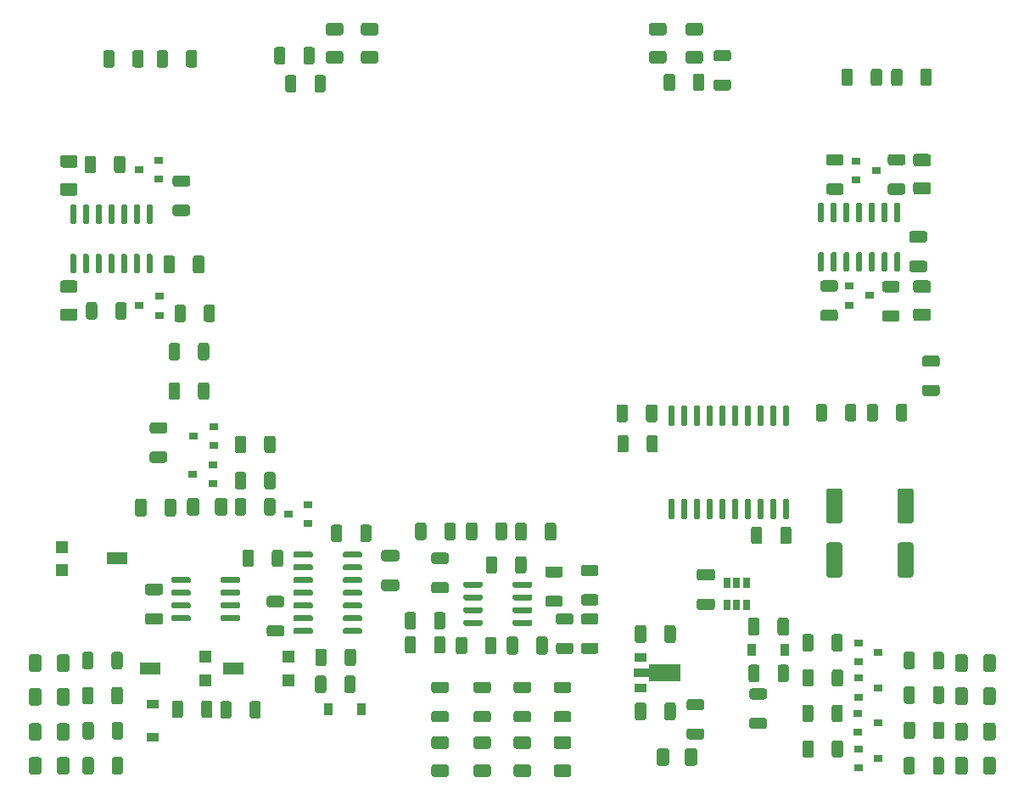
<source format=gtp>
%TF.GenerationSoftware,KiCad,Pcbnew,5.99.0+really5.1.12+dfsg1-1*%
%TF.CreationDate,2022-01-12T10:46:10+01:00*%
%TF.ProjectId,ba-imu,62612d69-6d75-42e6-9b69-6361645f7063,v01*%
%TF.SameCoordinates,Original*%
%TF.FileFunction,Paste,Top*%
%TF.FilePolarity,Positive*%
%FSLAX46Y46*%
G04 Gerber Fmt 4.6, Leading zero omitted, Abs format (unit mm)*
G04 Created by KiCad (PCBNEW 5.99.0+really5.1.12+dfsg1-1) date 2022-01-12 10:46:10*
%MOMM*%
%LPD*%
G01*
G04 APERTURE LIST*
%ADD10C,0.150000*%
%ADD11R,1.300000X0.900000*%
%ADD12R,0.900000X1.200000*%
%ADD13R,1.200000X0.900000*%
%ADD14R,0.650000X1.060000*%
%ADD15R,0.900000X0.800000*%
%ADD16R,1.300000X1.300000*%
%ADD17R,2.000000X1.300000*%
G04 APERTURE END LIST*
D10*
G36*
X166734520Y-117691260D02*
G01*
X163609520Y-117691260D01*
X163609520Y-117274760D01*
X162134520Y-117274760D01*
X162134520Y-116374760D01*
X163609520Y-116374760D01*
X163609520Y-115958260D01*
X166734520Y-115958260D01*
X166734520Y-117691260D01*
G37*
D11*
X162784520Y-118324760D03*
X162784520Y-115324760D03*
G36*
G01*
X167639838Y-122372960D02*
X168889842Y-122372960D01*
G75*
G02*
X169139840Y-122622958I0J-249998D01*
G01*
X169139840Y-123247962D01*
G75*
G02*
X168889842Y-123497960I-249998J0D01*
G01*
X167639838Y-123497960D01*
G75*
G02*
X167389840Y-123247962I0J249998D01*
G01*
X167389840Y-122622958D01*
G75*
G02*
X167639838Y-122372960I249998J0D01*
G01*
G37*
G36*
G01*
X167639838Y-119447960D02*
X168889842Y-119447960D01*
G75*
G02*
X169139840Y-119697958I0J-249998D01*
G01*
X169139840Y-120322962D01*
G75*
G02*
X168889842Y-120572960I-249998J0D01*
G01*
X167639838Y-120572960D01*
G75*
G02*
X167389840Y-120322962I0J249998D01*
G01*
X167389840Y-119697958D01*
G75*
G02*
X167639838Y-119447960I249998J0D01*
G01*
G37*
G36*
G01*
X167195800Y-125867320D02*
X167195800Y-124617320D01*
G75*
G02*
X167445800Y-124367320I250000J0D01*
G01*
X168195800Y-124367320D01*
G75*
G02*
X168445800Y-124617320I0J-250000D01*
G01*
X168445800Y-125867320D01*
G75*
G02*
X168195800Y-126117320I-250000J0D01*
G01*
X167445800Y-126117320D01*
G75*
G02*
X167195800Y-125867320I0J250000D01*
G01*
G37*
G36*
G01*
X164395800Y-125867320D02*
X164395800Y-124617320D01*
G75*
G02*
X164645800Y-124367320I250000J0D01*
G01*
X165395800Y-124367320D01*
G75*
G02*
X165645800Y-124617320I0J-250000D01*
G01*
X165645800Y-125867320D01*
G75*
G02*
X165395800Y-126117320I-250000J0D01*
G01*
X164645800Y-126117320D01*
G75*
G02*
X164395800Y-125867320I0J250000D01*
G01*
G37*
G36*
G01*
X165156720Y-113613961D02*
X165156720Y-112313959D01*
G75*
G02*
X165406719Y-112063960I249999J0D01*
G01*
X166056721Y-112063960D01*
G75*
G02*
X166306720Y-112313959I0J-249999D01*
G01*
X166306720Y-113613961D01*
G75*
G02*
X166056721Y-113863960I-249999J0D01*
G01*
X165406719Y-113863960D01*
G75*
G02*
X165156720Y-113613961I0J249999D01*
G01*
G37*
G36*
G01*
X162206720Y-113613961D02*
X162206720Y-112313959D01*
G75*
G02*
X162456719Y-112063960I249999J0D01*
G01*
X163106721Y-112063960D01*
G75*
G02*
X163356720Y-112313959I0J-249999D01*
G01*
X163356720Y-113613961D01*
G75*
G02*
X163106721Y-113863960I-249999J0D01*
G01*
X162456719Y-113863960D01*
G75*
G02*
X162206720Y-113613961I0J249999D01*
G01*
G37*
G36*
G01*
X163356720Y-120035559D02*
X163356720Y-121335561D01*
G75*
G02*
X163106721Y-121585560I-249999J0D01*
G01*
X162456719Y-121585560D01*
G75*
G02*
X162206720Y-121335561I0J249999D01*
G01*
X162206720Y-120035559D01*
G75*
G02*
X162456719Y-119785560I249999J0D01*
G01*
X163106721Y-119785560D01*
G75*
G02*
X163356720Y-120035559I0J-249999D01*
G01*
G37*
G36*
G01*
X166306720Y-120035559D02*
X166306720Y-121335561D01*
G75*
G02*
X166056721Y-121585560I-249999J0D01*
G01*
X165406719Y-121585560D01*
G75*
G02*
X165156720Y-121335561I0J249999D01*
G01*
X165156720Y-120035559D01*
G75*
G02*
X165406719Y-119785560I249999J0D01*
G01*
X166056721Y-119785560D01*
G75*
G02*
X166306720Y-120035559I0J-249999D01*
G01*
G37*
D12*
X134923800Y-120497600D03*
X131623800Y-120497600D03*
D13*
X114122200Y-123239800D03*
X114122200Y-119939800D03*
D12*
X177169080Y-114554000D03*
X173869080Y-114554000D03*
G36*
G01*
X174659720Y-111572279D02*
X174659720Y-112872281D01*
G75*
G02*
X174409721Y-113122280I-249999J0D01*
G01*
X173759719Y-113122280D01*
G75*
G02*
X173509720Y-112872281I0J249999D01*
G01*
X173509720Y-111572279D01*
G75*
G02*
X173759719Y-111322280I249999J0D01*
G01*
X174409721Y-111322280D01*
G75*
G02*
X174659720Y-111572279I0J-249999D01*
G01*
G37*
G36*
G01*
X177609720Y-111572279D02*
X177609720Y-112872281D01*
G75*
G02*
X177359721Y-113122280I-249999J0D01*
G01*
X176709719Y-113122280D01*
G75*
G02*
X176459720Y-112872281I0J249999D01*
G01*
X176459720Y-111572279D01*
G75*
G02*
X176709719Y-111322280I249999J0D01*
G01*
X177359721Y-111322280D01*
G75*
G02*
X177609720Y-111572279I0J-249999D01*
G01*
G37*
G36*
G01*
X150039200Y-108176200D02*
X150039200Y-107876200D01*
G75*
G02*
X150189200Y-107726200I150000J0D01*
G01*
X151839200Y-107726200D01*
G75*
G02*
X151989200Y-107876200I0J-150000D01*
G01*
X151989200Y-108176200D01*
G75*
G02*
X151839200Y-108326200I-150000J0D01*
G01*
X150189200Y-108326200D01*
G75*
G02*
X150039200Y-108176200I0J150000D01*
G01*
G37*
G36*
G01*
X150039200Y-109446200D02*
X150039200Y-109146200D01*
G75*
G02*
X150189200Y-108996200I150000J0D01*
G01*
X151839200Y-108996200D01*
G75*
G02*
X151989200Y-109146200I0J-150000D01*
G01*
X151989200Y-109446200D01*
G75*
G02*
X151839200Y-109596200I-150000J0D01*
G01*
X150189200Y-109596200D01*
G75*
G02*
X150039200Y-109446200I0J150000D01*
G01*
G37*
G36*
G01*
X150039200Y-110716200D02*
X150039200Y-110416200D01*
G75*
G02*
X150189200Y-110266200I150000J0D01*
G01*
X151839200Y-110266200D01*
G75*
G02*
X151989200Y-110416200I0J-150000D01*
G01*
X151989200Y-110716200D01*
G75*
G02*
X151839200Y-110866200I-150000J0D01*
G01*
X150189200Y-110866200D01*
G75*
G02*
X150039200Y-110716200I0J150000D01*
G01*
G37*
G36*
G01*
X150039200Y-111986200D02*
X150039200Y-111686200D01*
G75*
G02*
X150189200Y-111536200I150000J0D01*
G01*
X151839200Y-111536200D01*
G75*
G02*
X151989200Y-111686200I0J-150000D01*
G01*
X151989200Y-111986200D01*
G75*
G02*
X151839200Y-112136200I-150000J0D01*
G01*
X150189200Y-112136200D01*
G75*
G02*
X150039200Y-111986200I0J150000D01*
G01*
G37*
G36*
G01*
X145089200Y-111986200D02*
X145089200Y-111686200D01*
G75*
G02*
X145239200Y-111536200I150000J0D01*
G01*
X146889200Y-111536200D01*
G75*
G02*
X147039200Y-111686200I0J-150000D01*
G01*
X147039200Y-111986200D01*
G75*
G02*
X146889200Y-112136200I-150000J0D01*
G01*
X145239200Y-112136200D01*
G75*
G02*
X145089200Y-111986200I0J150000D01*
G01*
G37*
G36*
G01*
X145089200Y-110716200D02*
X145089200Y-110416200D01*
G75*
G02*
X145239200Y-110266200I150000J0D01*
G01*
X146889200Y-110266200D01*
G75*
G02*
X147039200Y-110416200I0J-150000D01*
G01*
X147039200Y-110716200D01*
G75*
G02*
X146889200Y-110866200I-150000J0D01*
G01*
X145239200Y-110866200D01*
G75*
G02*
X145089200Y-110716200I0J150000D01*
G01*
G37*
G36*
G01*
X145089200Y-109446200D02*
X145089200Y-109146200D01*
G75*
G02*
X145239200Y-108996200I150000J0D01*
G01*
X146889200Y-108996200D01*
G75*
G02*
X147039200Y-109146200I0J-150000D01*
G01*
X147039200Y-109446200D01*
G75*
G02*
X146889200Y-109596200I-150000J0D01*
G01*
X145239200Y-109596200D01*
G75*
G02*
X145089200Y-109446200I0J150000D01*
G01*
G37*
G36*
G01*
X145089200Y-108176200D02*
X145089200Y-107876200D01*
G75*
G02*
X145239200Y-107726200I150000J0D01*
G01*
X146889200Y-107726200D01*
G75*
G02*
X147039200Y-107876200I0J-150000D01*
G01*
X147039200Y-108176200D01*
G75*
G02*
X146889200Y-108326200I-150000J0D01*
G01*
X145239200Y-108326200D01*
G75*
G02*
X145089200Y-108176200I0J150000D01*
G01*
G37*
G36*
G01*
X133072000Y-105204400D02*
X133072000Y-104904400D01*
G75*
G02*
X133222000Y-104754400I150000J0D01*
G01*
X134872000Y-104754400D01*
G75*
G02*
X135022000Y-104904400I0J-150000D01*
G01*
X135022000Y-105204400D01*
G75*
G02*
X134872000Y-105354400I-150000J0D01*
G01*
X133222000Y-105354400D01*
G75*
G02*
X133072000Y-105204400I0J150000D01*
G01*
G37*
G36*
G01*
X133072000Y-106474400D02*
X133072000Y-106174400D01*
G75*
G02*
X133222000Y-106024400I150000J0D01*
G01*
X134872000Y-106024400D01*
G75*
G02*
X135022000Y-106174400I0J-150000D01*
G01*
X135022000Y-106474400D01*
G75*
G02*
X134872000Y-106624400I-150000J0D01*
G01*
X133222000Y-106624400D01*
G75*
G02*
X133072000Y-106474400I0J150000D01*
G01*
G37*
G36*
G01*
X133072000Y-107744400D02*
X133072000Y-107444400D01*
G75*
G02*
X133222000Y-107294400I150000J0D01*
G01*
X134872000Y-107294400D01*
G75*
G02*
X135022000Y-107444400I0J-150000D01*
G01*
X135022000Y-107744400D01*
G75*
G02*
X134872000Y-107894400I-150000J0D01*
G01*
X133222000Y-107894400D01*
G75*
G02*
X133072000Y-107744400I0J150000D01*
G01*
G37*
G36*
G01*
X133072000Y-109014400D02*
X133072000Y-108714400D01*
G75*
G02*
X133222000Y-108564400I150000J0D01*
G01*
X134872000Y-108564400D01*
G75*
G02*
X135022000Y-108714400I0J-150000D01*
G01*
X135022000Y-109014400D01*
G75*
G02*
X134872000Y-109164400I-150000J0D01*
G01*
X133222000Y-109164400D01*
G75*
G02*
X133072000Y-109014400I0J150000D01*
G01*
G37*
G36*
G01*
X133072000Y-110284400D02*
X133072000Y-109984400D01*
G75*
G02*
X133222000Y-109834400I150000J0D01*
G01*
X134872000Y-109834400D01*
G75*
G02*
X135022000Y-109984400I0J-150000D01*
G01*
X135022000Y-110284400D01*
G75*
G02*
X134872000Y-110434400I-150000J0D01*
G01*
X133222000Y-110434400D01*
G75*
G02*
X133072000Y-110284400I0J150000D01*
G01*
G37*
G36*
G01*
X133072000Y-111554400D02*
X133072000Y-111254400D01*
G75*
G02*
X133222000Y-111104400I150000J0D01*
G01*
X134872000Y-111104400D01*
G75*
G02*
X135022000Y-111254400I0J-150000D01*
G01*
X135022000Y-111554400D01*
G75*
G02*
X134872000Y-111704400I-150000J0D01*
G01*
X133222000Y-111704400D01*
G75*
G02*
X133072000Y-111554400I0J150000D01*
G01*
G37*
G36*
G01*
X133072000Y-112824400D02*
X133072000Y-112524400D01*
G75*
G02*
X133222000Y-112374400I150000J0D01*
G01*
X134872000Y-112374400D01*
G75*
G02*
X135022000Y-112524400I0J-150000D01*
G01*
X135022000Y-112824400D01*
G75*
G02*
X134872000Y-112974400I-150000J0D01*
G01*
X133222000Y-112974400D01*
G75*
G02*
X133072000Y-112824400I0J150000D01*
G01*
G37*
G36*
G01*
X128122000Y-112824400D02*
X128122000Y-112524400D01*
G75*
G02*
X128272000Y-112374400I150000J0D01*
G01*
X129922000Y-112374400D01*
G75*
G02*
X130072000Y-112524400I0J-150000D01*
G01*
X130072000Y-112824400D01*
G75*
G02*
X129922000Y-112974400I-150000J0D01*
G01*
X128272000Y-112974400D01*
G75*
G02*
X128122000Y-112824400I0J150000D01*
G01*
G37*
G36*
G01*
X128122000Y-111554400D02*
X128122000Y-111254400D01*
G75*
G02*
X128272000Y-111104400I150000J0D01*
G01*
X129922000Y-111104400D01*
G75*
G02*
X130072000Y-111254400I0J-150000D01*
G01*
X130072000Y-111554400D01*
G75*
G02*
X129922000Y-111704400I-150000J0D01*
G01*
X128272000Y-111704400D01*
G75*
G02*
X128122000Y-111554400I0J150000D01*
G01*
G37*
G36*
G01*
X128122000Y-110284400D02*
X128122000Y-109984400D01*
G75*
G02*
X128272000Y-109834400I150000J0D01*
G01*
X129922000Y-109834400D01*
G75*
G02*
X130072000Y-109984400I0J-150000D01*
G01*
X130072000Y-110284400D01*
G75*
G02*
X129922000Y-110434400I-150000J0D01*
G01*
X128272000Y-110434400D01*
G75*
G02*
X128122000Y-110284400I0J150000D01*
G01*
G37*
G36*
G01*
X128122000Y-109014400D02*
X128122000Y-108714400D01*
G75*
G02*
X128272000Y-108564400I150000J0D01*
G01*
X129922000Y-108564400D01*
G75*
G02*
X130072000Y-108714400I0J-150000D01*
G01*
X130072000Y-109014400D01*
G75*
G02*
X129922000Y-109164400I-150000J0D01*
G01*
X128272000Y-109164400D01*
G75*
G02*
X128122000Y-109014400I0J150000D01*
G01*
G37*
G36*
G01*
X128122000Y-107744400D02*
X128122000Y-107444400D01*
G75*
G02*
X128272000Y-107294400I150000J0D01*
G01*
X129922000Y-107294400D01*
G75*
G02*
X130072000Y-107444400I0J-150000D01*
G01*
X130072000Y-107744400D01*
G75*
G02*
X129922000Y-107894400I-150000J0D01*
G01*
X128272000Y-107894400D01*
G75*
G02*
X128122000Y-107744400I0J150000D01*
G01*
G37*
G36*
G01*
X128122000Y-106474400D02*
X128122000Y-106174400D01*
G75*
G02*
X128272000Y-106024400I150000J0D01*
G01*
X129922000Y-106024400D01*
G75*
G02*
X130072000Y-106174400I0J-150000D01*
G01*
X130072000Y-106474400D01*
G75*
G02*
X129922000Y-106624400I-150000J0D01*
G01*
X128272000Y-106624400D01*
G75*
G02*
X128122000Y-106474400I0J150000D01*
G01*
G37*
G36*
G01*
X128122000Y-105204400D02*
X128122000Y-104904400D01*
G75*
G02*
X128272000Y-104754400I150000J0D01*
G01*
X129922000Y-104754400D01*
G75*
G02*
X130072000Y-104904400I0J-150000D01*
G01*
X130072000Y-105204400D01*
G75*
G02*
X129922000Y-105354400I-150000J0D01*
G01*
X128272000Y-105354400D01*
G75*
G02*
X128122000Y-105204400I0J150000D01*
G01*
G37*
G36*
G01*
X155844403Y-112028400D02*
X154594397Y-112028400D01*
G75*
G02*
X154344400Y-111778403I0J249997D01*
G01*
X154344400Y-111153397D01*
G75*
G02*
X154594397Y-110903400I249997J0D01*
G01*
X155844403Y-110903400D01*
G75*
G02*
X156094400Y-111153397I0J-249997D01*
G01*
X156094400Y-111778403D01*
G75*
G02*
X155844403Y-112028400I-249997J0D01*
G01*
G37*
G36*
G01*
X155844403Y-114953400D02*
X154594397Y-114953400D01*
G75*
G02*
X154344400Y-114703403I0J249997D01*
G01*
X154344400Y-114078397D01*
G75*
G02*
X154594397Y-113828400I249997J0D01*
G01*
X155844403Y-113828400D01*
G75*
G02*
X156094400Y-114078397I0J-249997D01*
G01*
X156094400Y-114703403D01*
G75*
G02*
X155844403Y-114953400I-249997J0D01*
G01*
G37*
G36*
G01*
X148477400Y-105445397D02*
X148477400Y-106695403D01*
G75*
G02*
X148227403Y-106945400I-249997J0D01*
G01*
X147602397Y-106945400D01*
G75*
G02*
X147352400Y-106695403I0J249997D01*
G01*
X147352400Y-105445397D01*
G75*
G02*
X147602397Y-105195400I249997J0D01*
G01*
X148227403Y-105195400D01*
G75*
G02*
X148477400Y-105445397I0J-249997D01*
G01*
G37*
G36*
G01*
X151402400Y-105445397D02*
X151402400Y-106695403D01*
G75*
G02*
X151152403Y-106945400I-249997J0D01*
G01*
X150527397Y-106945400D01*
G75*
G02*
X150277400Y-106695403I0J249997D01*
G01*
X150277400Y-105445397D01*
G75*
G02*
X150527397Y-105195400I249997J0D01*
G01*
X151152403Y-105195400D01*
G75*
G02*
X151402400Y-105445397I0J-249997D01*
G01*
G37*
D14*
X172394880Y-107835520D03*
X171444880Y-107835520D03*
X173344880Y-107835520D03*
X173344880Y-110035520D03*
X172394880Y-110035520D03*
X171444880Y-110035520D03*
G36*
G01*
X133259400Y-115915603D02*
X133259400Y-114665597D01*
G75*
G02*
X133509397Y-114415600I249997J0D01*
G01*
X134134403Y-114415600D01*
G75*
G02*
X134384400Y-114665597I0J-249997D01*
G01*
X134384400Y-115915603D01*
G75*
G02*
X134134403Y-116165600I-249997J0D01*
G01*
X133509397Y-116165600D01*
G75*
G02*
X133259400Y-115915603I0J249997D01*
G01*
G37*
G36*
G01*
X130334400Y-115915603D02*
X130334400Y-114665597D01*
G75*
G02*
X130584397Y-114415600I249997J0D01*
G01*
X131209403Y-114415600D01*
G75*
G02*
X131459400Y-114665597I0J-249997D01*
G01*
X131459400Y-115915603D01*
G75*
G02*
X131209403Y-116165600I-249997J0D01*
G01*
X130584397Y-116165600D01*
G75*
G02*
X130334400Y-115915603I0J249997D01*
G01*
G37*
G36*
G01*
X131423300Y-117357997D02*
X131423300Y-118608003D01*
G75*
G02*
X131173303Y-118858000I-249997J0D01*
G01*
X130548297Y-118858000D01*
G75*
G02*
X130298300Y-118608003I0J249997D01*
G01*
X130298300Y-117357997D01*
G75*
G02*
X130548297Y-117108000I249997J0D01*
G01*
X131173303Y-117108000D01*
G75*
G02*
X131423300Y-117357997I0J-249997D01*
G01*
G37*
G36*
G01*
X134348300Y-117357997D02*
X134348300Y-118608003D01*
G75*
G02*
X134098303Y-118858000I-249997J0D01*
G01*
X133473297Y-118858000D01*
G75*
G02*
X133223300Y-118608003I0J249997D01*
G01*
X133223300Y-117357997D01*
G75*
G02*
X133473297Y-117108000I249997J0D01*
G01*
X134098303Y-117108000D01*
G75*
G02*
X134348300Y-117357997I0J-249997D01*
G01*
G37*
G36*
G01*
X142161097Y-107770500D02*
X143411103Y-107770500D01*
G75*
G02*
X143661100Y-108020497I0J-249997D01*
G01*
X143661100Y-108645503D01*
G75*
G02*
X143411103Y-108895500I-249997J0D01*
G01*
X142161097Y-108895500D01*
G75*
G02*
X141911100Y-108645503I0J249997D01*
G01*
X141911100Y-108020497D01*
G75*
G02*
X142161097Y-107770500I249997J0D01*
G01*
G37*
G36*
G01*
X142161097Y-104845500D02*
X143411103Y-104845500D01*
G75*
G02*
X143661100Y-105095497I0J-249997D01*
G01*
X143661100Y-105720503D01*
G75*
G02*
X143411103Y-105970500I-249997J0D01*
G01*
X142161097Y-105970500D01*
G75*
G02*
X141911100Y-105720503I0J249997D01*
G01*
X141911100Y-105095497D01*
G75*
G02*
X142161097Y-104845500I249997J0D01*
G01*
G37*
G36*
G01*
X117880000Y-111229000D02*
X117880000Y-111529000D01*
G75*
G02*
X117730000Y-111679000I-150000J0D01*
G01*
X116080000Y-111679000D01*
G75*
G02*
X115930000Y-111529000I0J150000D01*
G01*
X115930000Y-111229000D01*
G75*
G02*
X116080000Y-111079000I150000J0D01*
G01*
X117730000Y-111079000D01*
G75*
G02*
X117880000Y-111229000I0J-150000D01*
G01*
G37*
G36*
G01*
X117880000Y-109959000D02*
X117880000Y-110259000D01*
G75*
G02*
X117730000Y-110409000I-150000J0D01*
G01*
X116080000Y-110409000D01*
G75*
G02*
X115930000Y-110259000I0J150000D01*
G01*
X115930000Y-109959000D01*
G75*
G02*
X116080000Y-109809000I150000J0D01*
G01*
X117730000Y-109809000D01*
G75*
G02*
X117880000Y-109959000I0J-150000D01*
G01*
G37*
G36*
G01*
X117880000Y-108689000D02*
X117880000Y-108989000D01*
G75*
G02*
X117730000Y-109139000I-150000J0D01*
G01*
X116080000Y-109139000D01*
G75*
G02*
X115930000Y-108989000I0J150000D01*
G01*
X115930000Y-108689000D01*
G75*
G02*
X116080000Y-108539000I150000J0D01*
G01*
X117730000Y-108539000D01*
G75*
G02*
X117880000Y-108689000I0J-150000D01*
G01*
G37*
G36*
G01*
X117880000Y-107419000D02*
X117880000Y-107719000D01*
G75*
G02*
X117730000Y-107869000I-150000J0D01*
G01*
X116080000Y-107869000D01*
G75*
G02*
X115930000Y-107719000I0J150000D01*
G01*
X115930000Y-107419000D01*
G75*
G02*
X116080000Y-107269000I150000J0D01*
G01*
X117730000Y-107269000D01*
G75*
G02*
X117880000Y-107419000I0J-150000D01*
G01*
G37*
G36*
G01*
X122830000Y-107419000D02*
X122830000Y-107719000D01*
G75*
G02*
X122680000Y-107869000I-150000J0D01*
G01*
X121030000Y-107869000D01*
G75*
G02*
X120880000Y-107719000I0J150000D01*
G01*
X120880000Y-107419000D01*
G75*
G02*
X121030000Y-107269000I150000J0D01*
G01*
X122680000Y-107269000D01*
G75*
G02*
X122830000Y-107419000I0J-150000D01*
G01*
G37*
G36*
G01*
X122830000Y-108689000D02*
X122830000Y-108989000D01*
G75*
G02*
X122680000Y-109139000I-150000J0D01*
G01*
X121030000Y-109139000D01*
G75*
G02*
X120880000Y-108989000I0J150000D01*
G01*
X120880000Y-108689000D01*
G75*
G02*
X121030000Y-108539000I150000J0D01*
G01*
X122680000Y-108539000D01*
G75*
G02*
X122830000Y-108689000I0J-150000D01*
G01*
G37*
G36*
G01*
X122830000Y-109959000D02*
X122830000Y-110259000D01*
G75*
G02*
X122680000Y-110409000I-150000J0D01*
G01*
X121030000Y-110409000D01*
G75*
G02*
X120880000Y-110259000I0J150000D01*
G01*
X120880000Y-109959000D01*
G75*
G02*
X121030000Y-109809000I150000J0D01*
G01*
X122680000Y-109809000D01*
G75*
G02*
X122830000Y-109959000I0J-150000D01*
G01*
G37*
G36*
G01*
X122830000Y-111229000D02*
X122830000Y-111529000D01*
G75*
G02*
X122680000Y-111679000I-150000J0D01*
G01*
X121030000Y-111679000D01*
G75*
G02*
X120880000Y-111529000I0J150000D01*
G01*
X120880000Y-111229000D01*
G75*
G02*
X121030000Y-111079000I150000J0D01*
G01*
X122680000Y-111079000D01*
G75*
G02*
X122830000Y-111229000I0J-150000D01*
G01*
G37*
G36*
G01*
X113586499Y-110882000D02*
X114886501Y-110882000D01*
G75*
G02*
X115136500Y-111131999I0J-249999D01*
G01*
X115136500Y-111782001D01*
G75*
G02*
X114886501Y-112032000I-249999J0D01*
G01*
X113586499Y-112032000D01*
G75*
G02*
X113336500Y-111782001I0J249999D01*
G01*
X113336500Y-111131999D01*
G75*
G02*
X113586499Y-110882000I249999J0D01*
G01*
G37*
G36*
G01*
X113586499Y-107932000D02*
X114886501Y-107932000D01*
G75*
G02*
X115136500Y-108181999I0J-249999D01*
G01*
X115136500Y-108832001D01*
G75*
G02*
X114886501Y-109082000I-249999J0D01*
G01*
X113586499Y-109082000D01*
G75*
G02*
X113336500Y-108832001I0J249999D01*
G01*
X113336500Y-108181999D01*
G75*
G02*
X113586499Y-107932000I249999J0D01*
G01*
G37*
G36*
G01*
X161596500Y-93354997D02*
X161596500Y-94605003D01*
G75*
G02*
X161346503Y-94855000I-249997J0D01*
G01*
X160721497Y-94855000D01*
G75*
G02*
X160471500Y-94605003I0J249997D01*
G01*
X160471500Y-93354997D01*
G75*
G02*
X160721497Y-93105000I249997J0D01*
G01*
X161346503Y-93105000D01*
G75*
G02*
X161596500Y-93354997I0J-249997D01*
G01*
G37*
G36*
G01*
X164521500Y-93354997D02*
X164521500Y-94605003D01*
G75*
G02*
X164271503Y-94855000I-249997J0D01*
G01*
X163646497Y-94855000D01*
G75*
G02*
X163396500Y-94605003I0J249997D01*
G01*
X163396500Y-93354997D01*
G75*
G02*
X163646497Y-93105000I249997J0D01*
G01*
X164271503Y-93105000D01*
G75*
G02*
X164521500Y-93354997I0J-249997D01*
G01*
G37*
G36*
G01*
X151617003Y-118850000D02*
X150366997Y-118850000D01*
G75*
G02*
X150117000Y-118600003I0J249997D01*
G01*
X150117000Y-117974997D01*
G75*
G02*
X150366997Y-117725000I249997J0D01*
G01*
X151617003Y-117725000D01*
G75*
G02*
X151867000Y-117974997I0J-249997D01*
G01*
X151867000Y-118600003D01*
G75*
G02*
X151617003Y-118850000I-249997J0D01*
G01*
G37*
G36*
G01*
X151617003Y-121775000D02*
X150366997Y-121775000D01*
G75*
G02*
X150117000Y-121525003I0J249997D01*
G01*
X150117000Y-120899997D01*
G75*
G02*
X150366997Y-120650000I249997J0D01*
G01*
X151617003Y-120650000D01*
G75*
G02*
X151867000Y-120899997I0J-249997D01*
G01*
X151867000Y-121525003D01*
G75*
G02*
X151617003Y-121775000I-249997J0D01*
G01*
G37*
G36*
G01*
X133013880Y-102290717D02*
X133013880Y-103540723D01*
G75*
G02*
X132763883Y-103790720I-249997J0D01*
G01*
X132138877Y-103790720D01*
G75*
G02*
X131888880Y-103540723I0J249997D01*
G01*
X131888880Y-102290717D01*
G75*
G02*
X132138877Y-102040720I249997J0D01*
G01*
X132763883Y-102040720D01*
G75*
G02*
X133013880Y-102290717I0J-249997D01*
G01*
G37*
G36*
G01*
X135938880Y-102290717D02*
X135938880Y-103540723D01*
G75*
G02*
X135688883Y-103790720I-249997J0D01*
G01*
X135063877Y-103790720D01*
G75*
G02*
X134813880Y-103540723I0J249997D01*
G01*
X134813880Y-102290717D01*
G75*
G02*
X135063877Y-102040720I249997J0D01*
G01*
X135688883Y-102040720D01*
G75*
G02*
X135938880Y-102290717I0J-249997D01*
G01*
G37*
G36*
G01*
X188254500Y-74858500D02*
X188554500Y-74858500D01*
G75*
G02*
X188704500Y-75008500I0J-150000D01*
G01*
X188704500Y-76658500D01*
G75*
G02*
X188554500Y-76808500I-150000J0D01*
G01*
X188254500Y-76808500D01*
G75*
G02*
X188104500Y-76658500I0J150000D01*
G01*
X188104500Y-75008500D01*
G75*
G02*
X188254500Y-74858500I150000J0D01*
G01*
G37*
G36*
G01*
X186984500Y-74858500D02*
X187284500Y-74858500D01*
G75*
G02*
X187434500Y-75008500I0J-150000D01*
G01*
X187434500Y-76658500D01*
G75*
G02*
X187284500Y-76808500I-150000J0D01*
G01*
X186984500Y-76808500D01*
G75*
G02*
X186834500Y-76658500I0J150000D01*
G01*
X186834500Y-75008500D01*
G75*
G02*
X186984500Y-74858500I150000J0D01*
G01*
G37*
G36*
G01*
X185714500Y-74858500D02*
X186014500Y-74858500D01*
G75*
G02*
X186164500Y-75008500I0J-150000D01*
G01*
X186164500Y-76658500D01*
G75*
G02*
X186014500Y-76808500I-150000J0D01*
G01*
X185714500Y-76808500D01*
G75*
G02*
X185564500Y-76658500I0J150000D01*
G01*
X185564500Y-75008500D01*
G75*
G02*
X185714500Y-74858500I150000J0D01*
G01*
G37*
G36*
G01*
X184444500Y-74858500D02*
X184744500Y-74858500D01*
G75*
G02*
X184894500Y-75008500I0J-150000D01*
G01*
X184894500Y-76658500D01*
G75*
G02*
X184744500Y-76808500I-150000J0D01*
G01*
X184444500Y-76808500D01*
G75*
G02*
X184294500Y-76658500I0J150000D01*
G01*
X184294500Y-75008500D01*
G75*
G02*
X184444500Y-74858500I150000J0D01*
G01*
G37*
G36*
G01*
X183174500Y-74858500D02*
X183474500Y-74858500D01*
G75*
G02*
X183624500Y-75008500I0J-150000D01*
G01*
X183624500Y-76658500D01*
G75*
G02*
X183474500Y-76808500I-150000J0D01*
G01*
X183174500Y-76808500D01*
G75*
G02*
X183024500Y-76658500I0J150000D01*
G01*
X183024500Y-75008500D01*
G75*
G02*
X183174500Y-74858500I150000J0D01*
G01*
G37*
G36*
G01*
X181904500Y-74858500D02*
X182204500Y-74858500D01*
G75*
G02*
X182354500Y-75008500I0J-150000D01*
G01*
X182354500Y-76658500D01*
G75*
G02*
X182204500Y-76808500I-150000J0D01*
G01*
X181904500Y-76808500D01*
G75*
G02*
X181754500Y-76658500I0J150000D01*
G01*
X181754500Y-75008500D01*
G75*
G02*
X181904500Y-74858500I150000J0D01*
G01*
G37*
G36*
G01*
X180634500Y-74858500D02*
X180934500Y-74858500D01*
G75*
G02*
X181084500Y-75008500I0J-150000D01*
G01*
X181084500Y-76658500D01*
G75*
G02*
X180934500Y-76808500I-150000J0D01*
G01*
X180634500Y-76808500D01*
G75*
G02*
X180484500Y-76658500I0J150000D01*
G01*
X180484500Y-75008500D01*
G75*
G02*
X180634500Y-74858500I150000J0D01*
G01*
G37*
G36*
G01*
X180634500Y-69908500D02*
X180934500Y-69908500D01*
G75*
G02*
X181084500Y-70058500I0J-150000D01*
G01*
X181084500Y-71708500D01*
G75*
G02*
X180934500Y-71858500I-150000J0D01*
G01*
X180634500Y-71858500D01*
G75*
G02*
X180484500Y-71708500I0J150000D01*
G01*
X180484500Y-70058500D01*
G75*
G02*
X180634500Y-69908500I150000J0D01*
G01*
G37*
G36*
G01*
X181904500Y-69908500D02*
X182204500Y-69908500D01*
G75*
G02*
X182354500Y-70058500I0J-150000D01*
G01*
X182354500Y-71708500D01*
G75*
G02*
X182204500Y-71858500I-150000J0D01*
G01*
X181904500Y-71858500D01*
G75*
G02*
X181754500Y-71708500I0J150000D01*
G01*
X181754500Y-70058500D01*
G75*
G02*
X181904500Y-69908500I150000J0D01*
G01*
G37*
G36*
G01*
X183174500Y-69908500D02*
X183474500Y-69908500D01*
G75*
G02*
X183624500Y-70058500I0J-150000D01*
G01*
X183624500Y-71708500D01*
G75*
G02*
X183474500Y-71858500I-150000J0D01*
G01*
X183174500Y-71858500D01*
G75*
G02*
X183024500Y-71708500I0J150000D01*
G01*
X183024500Y-70058500D01*
G75*
G02*
X183174500Y-69908500I150000J0D01*
G01*
G37*
G36*
G01*
X184444500Y-69908500D02*
X184744500Y-69908500D01*
G75*
G02*
X184894500Y-70058500I0J-150000D01*
G01*
X184894500Y-71708500D01*
G75*
G02*
X184744500Y-71858500I-150000J0D01*
G01*
X184444500Y-71858500D01*
G75*
G02*
X184294500Y-71708500I0J150000D01*
G01*
X184294500Y-70058500D01*
G75*
G02*
X184444500Y-69908500I150000J0D01*
G01*
G37*
G36*
G01*
X185714500Y-69908500D02*
X186014500Y-69908500D01*
G75*
G02*
X186164500Y-70058500I0J-150000D01*
G01*
X186164500Y-71708500D01*
G75*
G02*
X186014500Y-71858500I-150000J0D01*
G01*
X185714500Y-71858500D01*
G75*
G02*
X185564500Y-71708500I0J150000D01*
G01*
X185564500Y-70058500D01*
G75*
G02*
X185714500Y-69908500I150000J0D01*
G01*
G37*
G36*
G01*
X186984500Y-69908500D02*
X187284500Y-69908500D01*
G75*
G02*
X187434500Y-70058500I0J-150000D01*
G01*
X187434500Y-71708500D01*
G75*
G02*
X187284500Y-71858500I-150000J0D01*
G01*
X186984500Y-71858500D01*
G75*
G02*
X186834500Y-71708500I0J150000D01*
G01*
X186834500Y-70058500D01*
G75*
G02*
X186984500Y-69908500I150000J0D01*
G01*
G37*
G36*
G01*
X188254500Y-69908500D02*
X188554500Y-69908500D01*
G75*
G02*
X188704500Y-70058500I0J-150000D01*
G01*
X188704500Y-71708500D01*
G75*
G02*
X188554500Y-71858500I-150000J0D01*
G01*
X188254500Y-71858500D01*
G75*
G02*
X188104500Y-71708500I0J150000D01*
G01*
X188104500Y-70058500D01*
G75*
G02*
X188254500Y-69908500I150000J0D01*
G01*
G37*
D15*
X118189500Y-93218000D03*
X120189500Y-92268000D03*
X120189500Y-94168000D03*
G36*
G01*
X151423800Y-102092999D02*
X151423800Y-103393001D01*
G75*
G02*
X151173801Y-103643000I-249999J0D01*
G01*
X150523799Y-103643000D01*
G75*
G02*
X150273800Y-103393001I0J249999D01*
G01*
X150273800Y-102092999D01*
G75*
G02*
X150523799Y-101843000I249999J0D01*
G01*
X151173801Y-101843000D01*
G75*
G02*
X151423800Y-102092999I0J-249999D01*
G01*
G37*
G36*
G01*
X154373800Y-102092999D02*
X154373800Y-103393001D01*
G75*
G02*
X154123801Y-103643000I-249999J0D01*
G01*
X153473799Y-103643000D01*
G75*
G02*
X153223800Y-103393001I0J249999D01*
G01*
X153223800Y-102092999D01*
G75*
G02*
X153473799Y-101843000I249999J0D01*
G01*
X154123801Y-101843000D01*
G75*
G02*
X154373800Y-102092999I0J-249999D01*
G01*
G37*
G36*
G01*
X148308900Y-103354901D02*
X148308900Y-102054899D01*
G75*
G02*
X148558899Y-101804900I249999J0D01*
G01*
X149208901Y-101804900D01*
G75*
G02*
X149458900Y-102054899I0J-249999D01*
G01*
X149458900Y-103354901D01*
G75*
G02*
X149208901Y-103604900I-249999J0D01*
G01*
X148558899Y-103604900D01*
G75*
G02*
X148308900Y-103354901I0J249999D01*
G01*
G37*
G36*
G01*
X145358900Y-103354901D02*
X145358900Y-102054899D01*
G75*
G02*
X145608899Y-101804900I249999J0D01*
G01*
X146258901Y-101804900D01*
G75*
G02*
X146508900Y-102054899I0J-249999D01*
G01*
X146508900Y-103354901D01*
G75*
G02*
X146258901Y-103604900I-249999J0D01*
G01*
X145608899Y-103604900D01*
G75*
G02*
X145358900Y-103354901I0J249999D01*
G01*
G37*
D16*
X105073000Y-104260000D03*
D17*
X110573000Y-105410000D03*
D16*
X105073000Y-106560000D03*
X127648600Y-117558200D03*
D17*
X122148600Y-116408200D03*
D16*
X127648600Y-115258200D03*
X119361400Y-117558200D03*
D17*
X113861400Y-116408200D03*
D16*
X119361400Y-115258200D03*
G36*
G01*
X125233000Y-94668503D02*
X125233000Y-93418497D01*
G75*
G02*
X125482997Y-93168500I249997J0D01*
G01*
X126108003Y-93168500D01*
G75*
G02*
X126358000Y-93418497I0J-249997D01*
G01*
X126358000Y-94668503D01*
G75*
G02*
X126108003Y-94918500I-249997J0D01*
G01*
X125482997Y-94918500D01*
G75*
G02*
X125233000Y-94668503I0J249997D01*
G01*
G37*
G36*
G01*
X122308000Y-94668503D02*
X122308000Y-93418497D01*
G75*
G02*
X122557997Y-93168500I249997J0D01*
G01*
X123183003Y-93168500D01*
G75*
G02*
X123433000Y-93418497I0J-249997D01*
G01*
X123433000Y-94668503D01*
G75*
G02*
X123183003Y-94918500I-249997J0D01*
G01*
X122557997Y-94918500D01*
G75*
G02*
X122308000Y-94668503I0J249997D01*
G01*
G37*
G36*
G01*
X166012000Y-92211000D02*
X165712000Y-92211000D01*
G75*
G02*
X165562000Y-92061000I0J150000D01*
G01*
X165562000Y-90311000D01*
G75*
G02*
X165712000Y-90161000I150000J0D01*
G01*
X166012000Y-90161000D01*
G75*
G02*
X166162000Y-90311000I0J-150000D01*
G01*
X166162000Y-92061000D01*
G75*
G02*
X166012000Y-92211000I-150000J0D01*
G01*
G37*
G36*
G01*
X167282000Y-92211000D02*
X166982000Y-92211000D01*
G75*
G02*
X166832000Y-92061000I0J150000D01*
G01*
X166832000Y-90311000D01*
G75*
G02*
X166982000Y-90161000I150000J0D01*
G01*
X167282000Y-90161000D01*
G75*
G02*
X167432000Y-90311000I0J-150000D01*
G01*
X167432000Y-92061000D01*
G75*
G02*
X167282000Y-92211000I-150000J0D01*
G01*
G37*
G36*
G01*
X168552000Y-92211000D02*
X168252000Y-92211000D01*
G75*
G02*
X168102000Y-92061000I0J150000D01*
G01*
X168102000Y-90311000D01*
G75*
G02*
X168252000Y-90161000I150000J0D01*
G01*
X168552000Y-90161000D01*
G75*
G02*
X168702000Y-90311000I0J-150000D01*
G01*
X168702000Y-92061000D01*
G75*
G02*
X168552000Y-92211000I-150000J0D01*
G01*
G37*
G36*
G01*
X169822000Y-92211000D02*
X169522000Y-92211000D01*
G75*
G02*
X169372000Y-92061000I0J150000D01*
G01*
X169372000Y-90311000D01*
G75*
G02*
X169522000Y-90161000I150000J0D01*
G01*
X169822000Y-90161000D01*
G75*
G02*
X169972000Y-90311000I0J-150000D01*
G01*
X169972000Y-92061000D01*
G75*
G02*
X169822000Y-92211000I-150000J0D01*
G01*
G37*
G36*
G01*
X171092000Y-92211000D02*
X170792000Y-92211000D01*
G75*
G02*
X170642000Y-92061000I0J150000D01*
G01*
X170642000Y-90311000D01*
G75*
G02*
X170792000Y-90161000I150000J0D01*
G01*
X171092000Y-90161000D01*
G75*
G02*
X171242000Y-90311000I0J-150000D01*
G01*
X171242000Y-92061000D01*
G75*
G02*
X171092000Y-92211000I-150000J0D01*
G01*
G37*
G36*
G01*
X172362000Y-92211000D02*
X172062000Y-92211000D01*
G75*
G02*
X171912000Y-92061000I0J150000D01*
G01*
X171912000Y-90311000D01*
G75*
G02*
X172062000Y-90161000I150000J0D01*
G01*
X172362000Y-90161000D01*
G75*
G02*
X172512000Y-90311000I0J-150000D01*
G01*
X172512000Y-92061000D01*
G75*
G02*
X172362000Y-92211000I-150000J0D01*
G01*
G37*
G36*
G01*
X173632000Y-92211000D02*
X173332000Y-92211000D01*
G75*
G02*
X173182000Y-92061000I0J150000D01*
G01*
X173182000Y-90311000D01*
G75*
G02*
X173332000Y-90161000I150000J0D01*
G01*
X173632000Y-90161000D01*
G75*
G02*
X173782000Y-90311000I0J-150000D01*
G01*
X173782000Y-92061000D01*
G75*
G02*
X173632000Y-92211000I-150000J0D01*
G01*
G37*
G36*
G01*
X174902000Y-92211000D02*
X174602000Y-92211000D01*
G75*
G02*
X174452000Y-92061000I0J150000D01*
G01*
X174452000Y-90311000D01*
G75*
G02*
X174602000Y-90161000I150000J0D01*
G01*
X174902000Y-90161000D01*
G75*
G02*
X175052000Y-90311000I0J-150000D01*
G01*
X175052000Y-92061000D01*
G75*
G02*
X174902000Y-92211000I-150000J0D01*
G01*
G37*
G36*
G01*
X176172000Y-92211000D02*
X175872000Y-92211000D01*
G75*
G02*
X175722000Y-92061000I0J150000D01*
G01*
X175722000Y-90311000D01*
G75*
G02*
X175872000Y-90161000I150000J0D01*
G01*
X176172000Y-90161000D01*
G75*
G02*
X176322000Y-90311000I0J-150000D01*
G01*
X176322000Y-92061000D01*
G75*
G02*
X176172000Y-92211000I-150000J0D01*
G01*
G37*
G36*
G01*
X177442000Y-92211000D02*
X177142000Y-92211000D01*
G75*
G02*
X176992000Y-92061000I0J150000D01*
G01*
X176992000Y-90311000D01*
G75*
G02*
X177142000Y-90161000I150000J0D01*
G01*
X177442000Y-90161000D01*
G75*
G02*
X177592000Y-90311000I0J-150000D01*
G01*
X177592000Y-92061000D01*
G75*
G02*
X177442000Y-92211000I-150000J0D01*
G01*
G37*
G36*
G01*
X177442000Y-101511000D02*
X177142000Y-101511000D01*
G75*
G02*
X176992000Y-101361000I0J150000D01*
G01*
X176992000Y-99611000D01*
G75*
G02*
X177142000Y-99461000I150000J0D01*
G01*
X177442000Y-99461000D01*
G75*
G02*
X177592000Y-99611000I0J-150000D01*
G01*
X177592000Y-101361000D01*
G75*
G02*
X177442000Y-101511000I-150000J0D01*
G01*
G37*
G36*
G01*
X176172000Y-101511000D02*
X175872000Y-101511000D01*
G75*
G02*
X175722000Y-101361000I0J150000D01*
G01*
X175722000Y-99611000D01*
G75*
G02*
X175872000Y-99461000I150000J0D01*
G01*
X176172000Y-99461000D01*
G75*
G02*
X176322000Y-99611000I0J-150000D01*
G01*
X176322000Y-101361000D01*
G75*
G02*
X176172000Y-101511000I-150000J0D01*
G01*
G37*
G36*
G01*
X174902000Y-101511000D02*
X174602000Y-101511000D01*
G75*
G02*
X174452000Y-101361000I0J150000D01*
G01*
X174452000Y-99611000D01*
G75*
G02*
X174602000Y-99461000I150000J0D01*
G01*
X174902000Y-99461000D01*
G75*
G02*
X175052000Y-99611000I0J-150000D01*
G01*
X175052000Y-101361000D01*
G75*
G02*
X174902000Y-101511000I-150000J0D01*
G01*
G37*
G36*
G01*
X173632000Y-101511000D02*
X173332000Y-101511000D01*
G75*
G02*
X173182000Y-101361000I0J150000D01*
G01*
X173182000Y-99611000D01*
G75*
G02*
X173332000Y-99461000I150000J0D01*
G01*
X173632000Y-99461000D01*
G75*
G02*
X173782000Y-99611000I0J-150000D01*
G01*
X173782000Y-101361000D01*
G75*
G02*
X173632000Y-101511000I-150000J0D01*
G01*
G37*
G36*
G01*
X172362000Y-101511000D02*
X172062000Y-101511000D01*
G75*
G02*
X171912000Y-101361000I0J150000D01*
G01*
X171912000Y-99611000D01*
G75*
G02*
X172062000Y-99461000I150000J0D01*
G01*
X172362000Y-99461000D01*
G75*
G02*
X172512000Y-99611000I0J-150000D01*
G01*
X172512000Y-101361000D01*
G75*
G02*
X172362000Y-101511000I-150000J0D01*
G01*
G37*
G36*
G01*
X171092000Y-101511000D02*
X170792000Y-101511000D01*
G75*
G02*
X170642000Y-101361000I0J150000D01*
G01*
X170642000Y-99611000D01*
G75*
G02*
X170792000Y-99461000I150000J0D01*
G01*
X171092000Y-99461000D01*
G75*
G02*
X171242000Y-99611000I0J-150000D01*
G01*
X171242000Y-101361000D01*
G75*
G02*
X171092000Y-101511000I-150000J0D01*
G01*
G37*
G36*
G01*
X169822000Y-101511000D02*
X169522000Y-101511000D01*
G75*
G02*
X169372000Y-101361000I0J150000D01*
G01*
X169372000Y-99611000D01*
G75*
G02*
X169522000Y-99461000I150000J0D01*
G01*
X169822000Y-99461000D01*
G75*
G02*
X169972000Y-99611000I0J-150000D01*
G01*
X169972000Y-101361000D01*
G75*
G02*
X169822000Y-101511000I-150000J0D01*
G01*
G37*
G36*
G01*
X168552000Y-101511000D02*
X168252000Y-101511000D01*
G75*
G02*
X168102000Y-101361000I0J150000D01*
G01*
X168102000Y-99611000D01*
G75*
G02*
X168252000Y-99461000I150000J0D01*
G01*
X168552000Y-99461000D01*
G75*
G02*
X168702000Y-99611000I0J-150000D01*
G01*
X168702000Y-101361000D01*
G75*
G02*
X168552000Y-101511000I-150000J0D01*
G01*
G37*
G36*
G01*
X167282000Y-101511000D02*
X166982000Y-101511000D01*
G75*
G02*
X166832000Y-101361000I0J150000D01*
G01*
X166832000Y-99611000D01*
G75*
G02*
X166982000Y-99461000I150000J0D01*
G01*
X167282000Y-99461000D01*
G75*
G02*
X167432000Y-99611000I0J-150000D01*
G01*
X167432000Y-101361000D01*
G75*
G02*
X167282000Y-101511000I-150000J0D01*
G01*
G37*
G36*
G01*
X166012000Y-101511000D02*
X165712000Y-101511000D01*
G75*
G02*
X165562000Y-101361000I0J150000D01*
G01*
X165562000Y-99611000D01*
G75*
G02*
X165712000Y-99461000I150000J0D01*
G01*
X166012000Y-99461000D01*
G75*
G02*
X166162000Y-99611000I0J-150000D01*
G01*
X166162000Y-101361000D01*
G75*
G02*
X166012000Y-101511000I-150000J0D01*
G01*
G37*
G36*
G01*
X113642000Y-75033000D02*
X113942000Y-75033000D01*
G75*
G02*
X114092000Y-75183000I0J-150000D01*
G01*
X114092000Y-76833000D01*
G75*
G02*
X113942000Y-76983000I-150000J0D01*
G01*
X113642000Y-76983000D01*
G75*
G02*
X113492000Y-76833000I0J150000D01*
G01*
X113492000Y-75183000D01*
G75*
G02*
X113642000Y-75033000I150000J0D01*
G01*
G37*
G36*
G01*
X112372000Y-75033000D02*
X112672000Y-75033000D01*
G75*
G02*
X112822000Y-75183000I0J-150000D01*
G01*
X112822000Y-76833000D01*
G75*
G02*
X112672000Y-76983000I-150000J0D01*
G01*
X112372000Y-76983000D01*
G75*
G02*
X112222000Y-76833000I0J150000D01*
G01*
X112222000Y-75183000D01*
G75*
G02*
X112372000Y-75033000I150000J0D01*
G01*
G37*
G36*
G01*
X111102000Y-75033000D02*
X111402000Y-75033000D01*
G75*
G02*
X111552000Y-75183000I0J-150000D01*
G01*
X111552000Y-76833000D01*
G75*
G02*
X111402000Y-76983000I-150000J0D01*
G01*
X111102000Y-76983000D01*
G75*
G02*
X110952000Y-76833000I0J150000D01*
G01*
X110952000Y-75183000D01*
G75*
G02*
X111102000Y-75033000I150000J0D01*
G01*
G37*
G36*
G01*
X109832000Y-75033000D02*
X110132000Y-75033000D01*
G75*
G02*
X110282000Y-75183000I0J-150000D01*
G01*
X110282000Y-76833000D01*
G75*
G02*
X110132000Y-76983000I-150000J0D01*
G01*
X109832000Y-76983000D01*
G75*
G02*
X109682000Y-76833000I0J150000D01*
G01*
X109682000Y-75183000D01*
G75*
G02*
X109832000Y-75033000I150000J0D01*
G01*
G37*
G36*
G01*
X108562000Y-75033000D02*
X108862000Y-75033000D01*
G75*
G02*
X109012000Y-75183000I0J-150000D01*
G01*
X109012000Y-76833000D01*
G75*
G02*
X108862000Y-76983000I-150000J0D01*
G01*
X108562000Y-76983000D01*
G75*
G02*
X108412000Y-76833000I0J150000D01*
G01*
X108412000Y-75183000D01*
G75*
G02*
X108562000Y-75033000I150000J0D01*
G01*
G37*
G36*
G01*
X107292000Y-75033000D02*
X107592000Y-75033000D01*
G75*
G02*
X107742000Y-75183000I0J-150000D01*
G01*
X107742000Y-76833000D01*
G75*
G02*
X107592000Y-76983000I-150000J0D01*
G01*
X107292000Y-76983000D01*
G75*
G02*
X107142000Y-76833000I0J150000D01*
G01*
X107142000Y-75183000D01*
G75*
G02*
X107292000Y-75033000I150000J0D01*
G01*
G37*
G36*
G01*
X106022000Y-75033000D02*
X106322000Y-75033000D01*
G75*
G02*
X106472000Y-75183000I0J-150000D01*
G01*
X106472000Y-76833000D01*
G75*
G02*
X106322000Y-76983000I-150000J0D01*
G01*
X106022000Y-76983000D01*
G75*
G02*
X105872000Y-76833000I0J150000D01*
G01*
X105872000Y-75183000D01*
G75*
G02*
X106022000Y-75033000I150000J0D01*
G01*
G37*
G36*
G01*
X106022000Y-70083000D02*
X106322000Y-70083000D01*
G75*
G02*
X106472000Y-70233000I0J-150000D01*
G01*
X106472000Y-71883000D01*
G75*
G02*
X106322000Y-72033000I-150000J0D01*
G01*
X106022000Y-72033000D01*
G75*
G02*
X105872000Y-71883000I0J150000D01*
G01*
X105872000Y-70233000D01*
G75*
G02*
X106022000Y-70083000I150000J0D01*
G01*
G37*
G36*
G01*
X107292000Y-70083000D02*
X107592000Y-70083000D01*
G75*
G02*
X107742000Y-70233000I0J-150000D01*
G01*
X107742000Y-71883000D01*
G75*
G02*
X107592000Y-72033000I-150000J0D01*
G01*
X107292000Y-72033000D01*
G75*
G02*
X107142000Y-71883000I0J150000D01*
G01*
X107142000Y-70233000D01*
G75*
G02*
X107292000Y-70083000I150000J0D01*
G01*
G37*
G36*
G01*
X108562000Y-70083000D02*
X108862000Y-70083000D01*
G75*
G02*
X109012000Y-70233000I0J-150000D01*
G01*
X109012000Y-71883000D01*
G75*
G02*
X108862000Y-72033000I-150000J0D01*
G01*
X108562000Y-72033000D01*
G75*
G02*
X108412000Y-71883000I0J150000D01*
G01*
X108412000Y-70233000D01*
G75*
G02*
X108562000Y-70083000I150000J0D01*
G01*
G37*
G36*
G01*
X109832000Y-70083000D02*
X110132000Y-70083000D01*
G75*
G02*
X110282000Y-70233000I0J-150000D01*
G01*
X110282000Y-71883000D01*
G75*
G02*
X110132000Y-72033000I-150000J0D01*
G01*
X109832000Y-72033000D01*
G75*
G02*
X109682000Y-71883000I0J150000D01*
G01*
X109682000Y-70233000D01*
G75*
G02*
X109832000Y-70083000I150000J0D01*
G01*
G37*
G36*
G01*
X111102000Y-70083000D02*
X111402000Y-70083000D01*
G75*
G02*
X111552000Y-70233000I0J-150000D01*
G01*
X111552000Y-71883000D01*
G75*
G02*
X111402000Y-72033000I-150000J0D01*
G01*
X111102000Y-72033000D01*
G75*
G02*
X110952000Y-71883000I0J150000D01*
G01*
X110952000Y-70233000D01*
G75*
G02*
X111102000Y-70083000I150000J0D01*
G01*
G37*
G36*
G01*
X112372000Y-70083000D02*
X112672000Y-70083000D01*
G75*
G02*
X112822000Y-70233000I0J-150000D01*
G01*
X112822000Y-71883000D01*
G75*
G02*
X112672000Y-72033000I-150000J0D01*
G01*
X112372000Y-72033000D01*
G75*
G02*
X112222000Y-71883000I0J150000D01*
G01*
X112222000Y-70233000D01*
G75*
G02*
X112372000Y-70083000I150000J0D01*
G01*
G37*
G36*
G01*
X113642000Y-70083000D02*
X113942000Y-70083000D01*
G75*
G02*
X114092000Y-70233000I0J-150000D01*
G01*
X114092000Y-71883000D01*
G75*
G02*
X113942000Y-72033000I-150000J0D01*
G01*
X113642000Y-72033000D01*
G75*
G02*
X113492000Y-71883000I0J150000D01*
G01*
X113492000Y-70233000D01*
G75*
G02*
X113642000Y-70083000I150000J0D01*
G01*
G37*
G36*
G01*
X176469880Y-117520883D02*
X176469880Y-116270877D01*
G75*
G02*
X176719877Y-116020880I249997J0D01*
G01*
X177344883Y-116020880D01*
G75*
G02*
X177594880Y-116270877I0J-249997D01*
G01*
X177594880Y-117520883D01*
G75*
G02*
X177344883Y-117770880I-249997J0D01*
G01*
X176719877Y-117770880D01*
G75*
G02*
X176469880Y-117520883I0J249997D01*
G01*
G37*
G36*
G01*
X173544880Y-117520883D02*
X173544880Y-116270877D01*
G75*
G02*
X173794877Y-116020880I249997J0D01*
G01*
X174419883Y-116020880D01*
G75*
G02*
X174669880Y-116270877I0J-249997D01*
G01*
X174669880Y-117520883D01*
G75*
G02*
X174419883Y-117770880I-249997J0D01*
G01*
X173794877Y-117770880D01*
G75*
G02*
X173544880Y-117520883I0J249997D01*
G01*
G37*
G36*
G01*
X175148403Y-119506160D02*
X173898397Y-119506160D01*
G75*
G02*
X173648400Y-119256163I0J249997D01*
G01*
X173648400Y-118631157D01*
G75*
G02*
X173898397Y-118381160I249997J0D01*
G01*
X175148403Y-118381160D01*
G75*
G02*
X175398400Y-118631157I0J-249997D01*
G01*
X175398400Y-119256163D01*
G75*
G02*
X175148403Y-119506160I-249997J0D01*
G01*
G37*
G36*
G01*
X175148403Y-122431160D02*
X173898397Y-122431160D01*
G75*
G02*
X173648400Y-122181163I0J249997D01*
G01*
X173648400Y-121556157D01*
G75*
G02*
X173898397Y-121306160I249997J0D01*
G01*
X175148403Y-121306160D01*
G75*
G02*
X175398400Y-121556157I0J-249997D01*
G01*
X175398400Y-122181163D01*
G75*
G02*
X175148403Y-122431160I-249997J0D01*
G01*
G37*
G36*
G01*
X153527597Y-109129400D02*
X154777603Y-109129400D01*
G75*
G02*
X155027600Y-109379397I0J-249997D01*
G01*
X155027600Y-110004403D01*
G75*
G02*
X154777603Y-110254400I-249997J0D01*
G01*
X153527597Y-110254400D01*
G75*
G02*
X153277600Y-110004403I0J249997D01*
G01*
X153277600Y-109379397D01*
G75*
G02*
X153527597Y-109129400I249997J0D01*
G01*
G37*
G36*
G01*
X153527597Y-106204400D02*
X154777603Y-106204400D01*
G75*
G02*
X155027600Y-106454397I0J-249997D01*
G01*
X155027600Y-107079403D01*
G75*
G02*
X154777603Y-107329400I-249997J0D01*
G01*
X153527597Y-107329400D01*
G75*
G02*
X153277600Y-107079403I0J249997D01*
G01*
X153277600Y-106454397D01*
G75*
G02*
X153527597Y-106204400I249997J0D01*
G01*
G37*
G36*
G01*
X125233000Y-100888963D02*
X125233000Y-99638957D01*
G75*
G02*
X125482997Y-99388960I249997J0D01*
G01*
X126108003Y-99388960D01*
G75*
G02*
X126358000Y-99638957I0J-249997D01*
G01*
X126358000Y-100888963D01*
G75*
G02*
X126108003Y-101138960I-249997J0D01*
G01*
X125482997Y-101138960D01*
G75*
G02*
X125233000Y-100888963I0J249997D01*
G01*
G37*
G36*
G01*
X122308000Y-100888963D02*
X122308000Y-99638957D01*
G75*
G02*
X122557997Y-99388960I249997J0D01*
G01*
X123183003Y-99388960D01*
G75*
G02*
X123433000Y-99638957I0J-249997D01*
G01*
X123433000Y-100888963D01*
G75*
G02*
X123183003Y-101138960I-249997J0D01*
G01*
X122557997Y-101138960D01*
G75*
G02*
X122308000Y-100888963I0J249997D01*
G01*
G37*
G36*
G01*
X147282200Y-114734503D02*
X147282200Y-113484497D01*
G75*
G02*
X147532197Y-113234500I249997J0D01*
G01*
X148157203Y-113234500D01*
G75*
G02*
X148407200Y-113484497I0J-249997D01*
G01*
X148407200Y-114734503D01*
G75*
G02*
X148157203Y-114984500I-249997J0D01*
G01*
X147532197Y-114984500D01*
G75*
G02*
X147282200Y-114734503I0J249997D01*
G01*
G37*
G36*
G01*
X144357200Y-114734503D02*
X144357200Y-113484497D01*
G75*
G02*
X144607197Y-113234500I249997J0D01*
G01*
X145232203Y-113234500D01*
G75*
G02*
X145482200Y-113484497I0J-249997D01*
G01*
X145482200Y-114734503D01*
G75*
G02*
X145232203Y-114984500I-249997J0D01*
G01*
X144607197Y-114984500D01*
G75*
G02*
X144357200Y-114734503I0J249997D01*
G01*
G37*
G36*
G01*
X157096297Y-113826400D02*
X158346303Y-113826400D01*
G75*
G02*
X158596300Y-114076397I0J-249997D01*
G01*
X158596300Y-114701403D01*
G75*
G02*
X158346303Y-114951400I-249997J0D01*
G01*
X157096297Y-114951400D01*
G75*
G02*
X156846300Y-114701403I0J249997D01*
G01*
X156846300Y-114076397D01*
G75*
G02*
X157096297Y-113826400I249997J0D01*
G01*
G37*
G36*
G01*
X157096297Y-110901400D02*
X158346303Y-110901400D01*
G75*
G02*
X158596300Y-111151397I0J-249997D01*
G01*
X158596300Y-111776403D01*
G75*
G02*
X158346303Y-112026400I-249997J0D01*
G01*
X157096297Y-112026400D01*
G75*
G02*
X156846300Y-111776403I0J249997D01*
G01*
X156846300Y-111151397D01*
G75*
G02*
X157096297Y-110901400I249997J0D01*
G01*
G37*
G36*
G01*
X157096297Y-108989700D02*
X158346303Y-108989700D01*
G75*
G02*
X158596300Y-109239697I0J-249997D01*
G01*
X158596300Y-109864703D01*
G75*
G02*
X158346303Y-110114700I-249997J0D01*
G01*
X157096297Y-110114700D01*
G75*
G02*
X156846300Y-109864703I0J249997D01*
G01*
X156846300Y-109239697D01*
G75*
G02*
X157096297Y-108989700I249997J0D01*
G01*
G37*
G36*
G01*
X157096297Y-106064700D02*
X158346303Y-106064700D01*
G75*
G02*
X158596300Y-106314697I0J-249997D01*
G01*
X158596300Y-106939703D01*
G75*
G02*
X158346303Y-107189700I-249997J0D01*
G01*
X157096297Y-107189700D01*
G75*
G02*
X156846300Y-106939703I0J249997D01*
G01*
X156846300Y-106314697D01*
G75*
G02*
X157096297Y-106064700I249997J0D01*
G01*
G37*
G36*
G01*
X125739997Y-112088500D02*
X126990003Y-112088500D01*
G75*
G02*
X127240000Y-112338497I0J-249997D01*
G01*
X127240000Y-112963503D01*
G75*
G02*
X126990003Y-113213500I-249997J0D01*
G01*
X125739997Y-113213500D01*
G75*
G02*
X125490000Y-112963503I0J249997D01*
G01*
X125490000Y-112338497D01*
G75*
G02*
X125739997Y-112088500I249997J0D01*
G01*
G37*
G36*
G01*
X125739997Y-109163500D02*
X126990003Y-109163500D01*
G75*
G02*
X127240000Y-109413497I0J-249997D01*
G01*
X127240000Y-110038503D01*
G75*
G02*
X126990003Y-110288500I-249997J0D01*
G01*
X125739997Y-110288500D01*
G75*
G02*
X125490000Y-110038503I0J249997D01*
G01*
X125490000Y-109413497D01*
G75*
G02*
X125739997Y-109163500I249997J0D01*
G01*
G37*
G36*
G01*
X125995000Y-106035003D02*
X125995000Y-104784997D01*
G75*
G02*
X126244997Y-104535000I249997J0D01*
G01*
X126870003Y-104535000D01*
G75*
G02*
X127120000Y-104784997I0J-249997D01*
G01*
X127120000Y-106035003D01*
G75*
G02*
X126870003Y-106285000I-249997J0D01*
G01*
X126244997Y-106285000D01*
G75*
G02*
X125995000Y-106035003I0J249997D01*
G01*
G37*
G36*
G01*
X123070000Y-106035003D02*
X123070000Y-104784997D01*
G75*
G02*
X123319997Y-104535000I249997J0D01*
G01*
X123945003Y-104535000D01*
G75*
G02*
X124195000Y-104784997I0J-249997D01*
G01*
X124195000Y-106035003D01*
G75*
G02*
X123945003Y-106285000I-249997J0D01*
G01*
X123319997Y-106285000D01*
G75*
G02*
X123070000Y-106035003I0J249997D01*
G01*
G37*
G36*
G01*
X123770500Y-121148003D02*
X123770500Y-119897997D01*
G75*
G02*
X124020497Y-119648000I249997J0D01*
G01*
X124645503Y-119648000D01*
G75*
G02*
X124895500Y-119897997I0J-249997D01*
G01*
X124895500Y-121148003D01*
G75*
G02*
X124645503Y-121398000I-249997J0D01*
G01*
X124020497Y-121398000D01*
G75*
G02*
X123770500Y-121148003I0J249997D01*
G01*
G37*
G36*
G01*
X120845500Y-121148003D02*
X120845500Y-119897997D01*
G75*
G02*
X121095497Y-119648000I249997J0D01*
G01*
X121720503Y-119648000D01*
G75*
G02*
X121970500Y-119897997I0J-249997D01*
G01*
X121970500Y-121148003D01*
G75*
G02*
X121720503Y-121398000I-249997J0D01*
G01*
X121095497Y-121398000D01*
G75*
G02*
X120845500Y-121148003I0J249997D01*
G01*
G37*
G36*
G01*
X117144500Y-119847197D02*
X117144500Y-121097203D01*
G75*
G02*
X116894503Y-121347200I-249997J0D01*
G01*
X116269497Y-121347200D01*
G75*
G02*
X116019500Y-121097203I0J249997D01*
G01*
X116019500Y-119847197D01*
G75*
G02*
X116269497Y-119597200I249997J0D01*
G01*
X116894503Y-119597200D01*
G75*
G02*
X117144500Y-119847197I0J-249997D01*
G01*
G37*
G36*
G01*
X120069500Y-119847197D02*
X120069500Y-121097203D01*
G75*
G02*
X119819503Y-121347200I-249997J0D01*
G01*
X119194497Y-121347200D01*
G75*
G02*
X118944500Y-121097203I0J249997D01*
G01*
X118944500Y-119847197D01*
G75*
G02*
X119194497Y-119597200I249997J0D01*
G01*
X119819503Y-119597200D01*
G75*
G02*
X120069500Y-119847197I0J-249997D01*
G01*
G37*
G36*
G01*
X143216200Y-103342603D02*
X143216200Y-102092597D01*
G75*
G02*
X143466197Y-101842600I249997J0D01*
G01*
X144091203Y-101842600D01*
G75*
G02*
X144341200Y-102092597I0J-249997D01*
G01*
X144341200Y-103342603D01*
G75*
G02*
X144091203Y-103592600I-249997J0D01*
G01*
X143466197Y-103592600D01*
G75*
G02*
X143216200Y-103342603I0J249997D01*
G01*
G37*
G36*
G01*
X140291200Y-103342603D02*
X140291200Y-102092597D01*
G75*
G02*
X140541197Y-101842600I249997J0D01*
G01*
X141166203Y-101842600D01*
G75*
G02*
X141416200Y-102092597I0J-249997D01*
G01*
X141416200Y-103342603D01*
G75*
G02*
X141166203Y-103592600I-249997J0D01*
G01*
X140541197Y-103592600D01*
G75*
G02*
X140291200Y-103342603I0J249997D01*
G01*
G37*
G36*
G01*
X140385500Y-113420997D02*
X140385500Y-114671003D01*
G75*
G02*
X140135503Y-114921000I-249997J0D01*
G01*
X139510497Y-114921000D01*
G75*
G02*
X139260500Y-114671003I0J249997D01*
G01*
X139260500Y-113420997D01*
G75*
G02*
X139510497Y-113171000I249997J0D01*
G01*
X140135503Y-113171000D01*
G75*
G02*
X140385500Y-113420997I0J-249997D01*
G01*
G37*
G36*
G01*
X143310500Y-113420997D02*
X143310500Y-114671003D01*
G75*
G02*
X143060503Y-114921000I-249997J0D01*
G01*
X142435497Y-114921000D01*
G75*
G02*
X142185500Y-114671003I0J249997D01*
G01*
X142185500Y-113420997D01*
G75*
G02*
X142435497Y-113171000I249997J0D01*
G01*
X143060503Y-113171000D01*
G75*
G02*
X143310500Y-113420997I0J-249997D01*
G01*
G37*
G36*
G01*
X142185500Y-112258003D02*
X142185500Y-111007997D01*
G75*
G02*
X142435497Y-110758000I249997J0D01*
G01*
X143060503Y-110758000D01*
G75*
G02*
X143310500Y-111007997I0J-249997D01*
G01*
X143310500Y-112258003D01*
G75*
G02*
X143060503Y-112508000I-249997J0D01*
G01*
X142435497Y-112508000D01*
G75*
G02*
X142185500Y-112258003I0J249997D01*
G01*
G37*
G36*
G01*
X139260500Y-112258003D02*
X139260500Y-111007997D01*
G75*
G02*
X139510497Y-110758000I249997J0D01*
G01*
X140135503Y-110758000D01*
G75*
G02*
X140385500Y-111007997I0J-249997D01*
G01*
X140385500Y-112258003D01*
G75*
G02*
X140135503Y-112508000I-249997J0D01*
G01*
X139510497Y-112508000D01*
G75*
G02*
X139260500Y-112258003I0J249997D01*
G01*
G37*
G36*
G01*
X125233000Y-98288003D02*
X125233000Y-97037997D01*
G75*
G02*
X125482997Y-96788000I249997J0D01*
G01*
X126108003Y-96788000D01*
G75*
G02*
X126358000Y-97037997I0J-249997D01*
G01*
X126358000Y-98288003D01*
G75*
G02*
X126108003Y-98538000I-249997J0D01*
G01*
X125482997Y-98538000D01*
G75*
G02*
X125233000Y-98288003I0J249997D01*
G01*
G37*
G36*
G01*
X122308000Y-98288003D02*
X122308000Y-97037997D01*
G75*
G02*
X122557997Y-96788000I249997J0D01*
G01*
X123183003Y-96788000D01*
G75*
G02*
X123433000Y-97037997I0J-249997D01*
G01*
X123433000Y-98288003D01*
G75*
G02*
X123183003Y-98538000I-249997J0D01*
G01*
X122557997Y-98538000D01*
G75*
G02*
X122308000Y-98288003I0J249997D01*
G01*
G37*
D15*
X127620520Y-100995480D03*
X129620520Y-100045480D03*
X129620520Y-101945480D03*
X118126000Y-97028000D03*
X120126000Y-96078000D03*
X120126000Y-97978000D03*
G36*
G01*
X118767560Y-99638960D02*
X118767560Y-100888960D01*
G75*
G02*
X118517560Y-101138960I-250000J0D01*
G01*
X117767560Y-101138960D01*
G75*
G02*
X117517560Y-100888960I0J250000D01*
G01*
X117517560Y-99638960D01*
G75*
G02*
X117767560Y-99388960I250000J0D01*
G01*
X118517560Y-99388960D01*
G75*
G02*
X118767560Y-99638960I0J-250000D01*
G01*
G37*
G36*
G01*
X121567560Y-99638960D02*
X121567560Y-100888960D01*
G75*
G02*
X121317560Y-101138960I-250000J0D01*
G01*
X120567560Y-101138960D01*
G75*
G02*
X120317560Y-100888960I0J250000D01*
G01*
X120317560Y-99638960D01*
G75*
G02*
X120567560Y-99388960I250000J0D01*
G01*
X121317560Y-99388960D01*
G75*
G02*
X121567560Y-99638960I0J-250000D01*
G01*
G37*
G36*
G01*
X168656239Y-109424040D02*
X169956241Y-109424040D01*
G75*
G02*
X170206240Y-109674039I0J-249999D01*
G01*
X170206240Y-110324041D01*
G75*
G02*
X169956241Y-110574040I-249999J0D01*
G01*
X168656239Y-110574040D01*
G75*
G02*
X168406240Y-110324041I0J249999D01*
G01*
X168406240Y-109674039D01*
G75*
G02*
X168656239Y-109424040I249999J0D01*
G01*
G37*
G36*
G01*
X168656239Y-106474040D02*
X169956241Y-106474040D01*
G75*
G02*
X170206240Y-106724039I0J-249999D01*
G01*
X170206240Y-107374041D01*
G75*
G02*
X169956241Y-107624040I-249999J0D01*
G01*
X168656239Y-107624040D01*
G75*
G02*
X168406240Y-107374041I0J249999D01*
G01*
X168406240Y-106724039D01*
G75*
G02*
X168656239Y-106474040I249999J0D01*
G01*
G37*
G36*
G01*
X138457701Y-105716500D02*
X137157699Y-105716500D01*
G75*
G02*
X136907700Y-105466501I0J249999D01*
G01*
X136907700Y-104816499D01*
G75*
G02*
X137157699Y-104566500I249999J0D01*
G01*
X138457701Y-104566500D01*
G75*
G02*
X138707700Y-104816499I0J-249999D01*
G01*
X138707700Y-105466501D01*
G75*
G02*
X138457701Y-105716500I-249999J0D01*
G01*
G37*
G36*
G01*
X138457701Y-108666500D02*
X137157699Y-108666500D01*
G75*
G02*
X136907700Y-108416501I0J249999D01*
G01*
X136907700Y-107766499D01*
G75*
G02*
X137157699Y-107516500I249999J0D01*
G01*
X138457701Y-107516500D01*
G75*
G02*
X138707700Y-107766499I0J-249999D01*
G01*
X138707700Y-108416501D01*
G75*
G02*
X138457701Y-108666500I-249999J0D01*
G01*
G37*
G36*
G01*
X152372900Y-114759501D02*
X152372900Y-113459499D01*
G75*
G02*
X152622899Y-113209500I249999J0D01*
G01*
X153272901Y-113209500D01*
G75*
G02*
X153522900Y-113459499I0J-249999D01*
G01*
X153522900Y-114759501D01*
G75*
G02*
X153272901Y-115009500I-249999J0D01*
G01*
X152622899Y-115009500D01*
G75*
G02*
X152372900Y-114759501I0J249999D01*
G01*
G37*
G36*
G01*
X149422900Y-114759501D02*
X149422900Y-113459499D01*
G75*
G02*
X149672899Y-113209500I249999J0D01*
G01*
X150322901Y-113209500D01*
G75*
G02*
X150572900Y-113459499I0J-249999D01*
G01*
X150572900Y-114759501D01*
G75*
G02*
X150322901Y-115009500I-249999J0D01*
G01*
X149672899Y-115009500D01*
G75*
G02*
X149422900Y-114759501I0J249999D01*
G01*
G37*
G36*
G01*
X176729500Y-103749003D02*
X176729500Y-102498997D01*
G75*
G02*
X176979497Y-102249000I249997J0D01*
G01*
X177604503Y-102249000D01*
G75*
G02*
X177854500Y-102498997I0J-249997D01*
G01*
X177854500Y-103749003D01*
G75*
G02*
X177604503Y-103999000I-249997J0D01*
G01*
X176979497Y-103999000D01*
G75*
G02*
X176729500Y-103749003I0J249997D01*
G01*
G37*
G36*
G01*
X173804500Y-103749003D02*
X173804500Y-102498997D01*
G75*
G02*
X174054497Y-102249000I249997J0D01*
G01*
X174679503Y-102249000D01*
G75*
G02*
X174929500Y-102498997I0J-249997D01*
G01*
X174929500Y-103749003D01*
G75*
G02*
X174679503Y-103999000I-249997J0D01*
G01*
X174054497Y-103999000D01*
G75*
G02*
X173804500Y-103749003I0J249997D01*
G01*
G37*
X185658000Y-79184500D03*
X183658000Y-80134500D03*
X183658000Y-78234500D03*
X112792000Y-80200500D03*
X114792000Y-79250500D03*
X114792000Y-81150500D03*
X184521600Y-117359333D03*
X184521600Y-119259333D03*
X186521600Y-118309333D03*
X184522560Y-113826800D03*
X184522560Y-115726800D03*
X186522560Y-114776800D03*
X186293000Y-66691000D03*
X184293000Y-67641000D03*
X184293000Y-65741000D03*
X112728500Y-66611500D03*
X114728500Y-65661500D03*
X114728500Y-67561500D03*
X184496200Y-120891866D03*
X184496200Y-122791866D03*
X186496200Y-121841866D03*
X184522560Y-124424400D03*
X184522560Y-126324400D03*
X186522560Y-125374400D03*
G36*
G01*
X182668000Y-101920000D02*
X181568000Y-101920000D01*
G75*
G02*
X181318000Y-101670000I0J250000D01*
G01*
X181318000Y-98670000D01*
G75*
G02*
X181568000Y-98420000I250000J0D01*
G01*
X182668000Y-98420000D01*
G75*
G02*
X182918000Y-98670000I0J-250000D01*
G01*
X182918000Y-101670000D01*
G75*
G02*
X182668000Y-101920000I-250000J0D01*
G01*
G37*
G36*
G01*
X182668000Y-107320000D02*
X181568000Y-107320000D01*
G75*
G02*
X181318000Y-107070000I0J250000D01*
G01*
X181318000Y-104070000D01*
G75*
G02*
X181568000Y-103820000I250000J0D01*
G01*
X182668000Y-103820000D01*
G75*
G02*
X182918000Y-104070000I0J-250000D01*
G01*
X182918000Y-107070000D01*
G75*
G02*
X182668000Y-107320000I-250000J0D01*
G01*
G37*
G36*
G01*
X189780000Y-101920000D02*
X188680000Y-101920000D01*
G75*
G02*
X188430000Y-101670000I0J250000D01*
G01*
X188430000Y-98670000D01*
G75*
G02*
X188680000Y-98420000I250000J0D01*
G01*
X189780000Y-98420000D01*
G75*
G02*
X190030000Y-98670000I0J-250000D01*
G01*
X190030000Y-101670000D01*
G75*
G02*
X189780000Y-101920000I-250000J0D01*
G01*
G37*
G36*
G01*
X189780000Y-107320000D02*
X188680000Y-107320000D01*
G75*
G02*
X188430000Y-107070000I0J250000D01*
G01*
X188430000Y-104070000D01*
G75*
G02*
X188680000Y-103820000I250000J0D01*
G01*
X189780000Y-103820000D01*
G75*
G02*
X190030000Y-104070000I0J-250000D01*
G01*
X190030000Y-107070000D01*
G75*
G02*
X189780000Y-107320000I-250000J0D01*
G01*
G37*
G36*
G01*
X161533000Y-90281999D02*
X161533000Y-91582001D01*
G75*
G02*
X161283001Y-91832000I-249999J0D01*
G01*
X160632999Y-91832000D01*
G75*
G02*
X160383000Y-91582001I0J249999D01*
G01*
X160383000Y-90281999D01*
G75*
G02*
X160632999Y-90032000I249999J0D01*
G01*
X161283001Y-90032000D01*
G75*
G02*
X161533000Y-90281999I0J-249999D01*
G01*
G37*
G36*
G01*
X164483000Y-90281999D02*
X164483000Y-91582001D01*
G75*
G02*
X164233001Y-91832000I-249999J0D01*
G01*
X163582999Y-91832000D01*
G75*
G02*
X163333000Y-91582001I0J249999D01*
G01*
X163333000Y-90281999D01*
G75*
G02*
X163582999Y-90032000I249999J0D01*
G01*
X164233001Y-90032000D01*
G75*
G02*
X164483000Y-90281999I0J-249999D01*
G01*
G37*
G36*
G01*
X170316997Y-57603500D02*
X171567003Y-57603500D01*
G75*
G02*
X171817000Y-57853497I0J-249997D01*
G01*
X171817000Y-58478503D01*
G75*
G02*
X171567003Y-58728500I-249997J0D01*
G01*
X170316997Y-58728500D01*
G75*
G02*
X170067000Y-58478503I0J249997D01*
G01*
X170067000Y-57853497D01*
G75*
G02*
X170316997Y-57603500I249997J0D01*
G01*
G37*
G36*
G01*
X170316997Y-54678500D02*
X171567003Y-54678500D01*
G75*
G02*
X171817000Y-54928497I0J-249997D01*
G01*
X171817000Y-55553503D01*
G75*
G02*
X171567003Y-55803500I-249997J0D01*
G01*
X170316997Y-55803500D01*
G75*
G02*
X170067000Y-55553503I0J249997D01*
G01*
X170067000Y-54928497D01*
G75*
G02*
X170316997Y-54678500I249997J0D01*
G01*
G37*
G36*
G01*
X193083800Y-114985997D02*
X193083800Y-116236003D01*
G75*
G02*
X192833803Y-116486000I-249997J0D01*
G01*
X192208797Y-116486000D01*
G75*
G02*
X191958800Y-116236003I0J249997D01*
G01*
X191958800Y-114985997D01*
G75*
G02*
X192208797Y-114736000I249997J0D01*
G01*
X192833803Y-114736000D01*
G75*
G02*
X193083800Y-114985997I0J-249997D01*
G01*
G37*
G36*
G01*
X190158800Y-114985997D02*
X190158800Y-116236003D01*
G75*
G02*
X189908803Y-116486000I-249997J0D01*
G01*
X189283797Y-116486000D01*
G75*
G02*
X189033800Y-116236003I0J249997D01*
G01*
X189033800Y-114985997D01*
G75*
G02*
X189283797Y-114736000I249997J0D01*
G01*
X189908803Y-114736000D01*
G75*
G02*
X190158800Y-114985997I0J-249997D01*
G01*
G37*
G36*
G01*
X109987900Y-116236003D02*
X109987900Y-114985997D01*
G75*
G02*
X110237897Y-114736000I249997J0D01*
G01*
X110862903Y-114736000D01*
G75*
G02*
X111112900Y-114985997I0J-249997D01*
G01*
X111112900Y-116236003D01*
G75*
G02*
X110862903Y-116486000I-249997J0D01*
G01*
X110237897Y-116486000D01*
G75*
G02*
X109987900Y-116236003I0J249997D01*
G01*
G37*
G36*
G01*
X107062900Y-116236003D02*
X107062900Y-114985997D01*
G75*
G02*
X107312897Y-114736000I249997J0D01*
G01*
X107937903Y-114736000D01*
G75*
G02*
X108187900Y-114985997I0J-249997D01*
G01*
X108187900Y-116236003D01*
G75*
G02*
X107937903Y-116486000I-249997J0D01*
G01*
X107312897Y-116486000D01*
G75*
G02*
X107062900Y-116236003I0J249997D01*
G01*
G37*
G36*
G01*
X155625003Y-118850000D02*
X154374997Y-118850000D01*
G75*
G02*
X154125000Y-118600003I0J249997D01*
G01*
X154125000Y-117974997D01*
G75*
G02*
X154374997Y-117725000I249997J0D01*
G01*
X155625003Y-117725000D01*
G75*
G02*
X155875000Y-117974997I0J-249997D01*
G01*
X155875000Y-118600003D01*
G75*
G02*
X155625003Y-118850000I-249997J0D01*
G01*
G37*
G36*
G01*
X155625003Y-121775000D02*
X154374997Y-121775000D01*
G75*
G02*
X154125000Y-121525003I0J249997D01*
G01*
X154125000Y-120899997D01*
G75*
G02*
X154374997Y-120650000I249997J0D01*
G01*
X155625003Y-120650000D01*
G75*
G02*
X155875000Y-120899997I0J-249997D01*
G01*
X155875000Y-121525003D01*
G75*
G02*
X155625003Y-121775000I-249997J0D01*
G01*
G37*
G36*
G01*
X182974600Y-113217797D02*
X182974600Y-114467803D01*
G75*
G02*
X182724603Y-114717800I-249997J0D01*
G01*
X182099597Y-114717800D01*
G75*
G02*
X181849600Y-114467803I0J249997D01*
G01*
X181849600Y-113217797D01*
G75*
G02*
X182099597Y-112967800I249997J0D01*
G01*
X182724603Y-112967800D01*
G75*
G02*
X182974600Y-113217797I0J-249997D01*
G01*
G37*
G36*
G01*
X180049600Y-113217797D02*
X180049600Y-114467803D01*
G75*
G02*
X179799603Y-114717800I-249997J0D01*
G01*
X179174597Y-114717800D01*
G75*
G02*
X178924600Y-114467803I0J249997D01*
G01*
X178924600Y-113217797D01*
G75*
G02*
X179174597Y-112967800I249997J0D01*
G01*
X179799603Y-112967800D01*
G75*
G02*
X180049600Y-113217797I0J-249997D01*
G01*
G37*
G36*
G01*
X128449500Y-57413997D02*
X128449500Y-58664003D01*
G75*
G02*
X128199503Y-58914000I-249997J0D01*
G01*
X127574497Y-58914000D01*
G75*
G02*
X127324500Y-58664003I0J249997D01*
G01*
X127324500Y-57413997D01*
G75*
G02*
X127574497Y-57164000I249997J0D01*
G01*
X128199503Y-57164000D01*
G75*
G02*
X128449500Y-57413997I0J-249997D01*
G01*
G37*
G36*
G01*
X131374500Y-57413997D02*
X131374500Y-58664003D01*
G75*
G02*
X131124503Y-58914000I-249997J0D01*
G01*
X130499497Y-58914000D01*
G75*
G02*
X130249500Y-58664003I0J249997D01*
G01*
X130249500Y-57413997D01*
G75*
G02*
X130499497Y-57164000I249997J0D01*
G01*
X131124503Y-57164000D01*
G75*
G02*
X131374500Y-57413997I0J-249997D01*
G01*
G37*
G36*
G01*
X147609003Y-118850000D02*
X146358997Y-118850000D01*
G75*
G02*
X146109000Y-118600003I0J249997D01*
G01*
X146109000Y-117974997D01*
G75*
G02*
X146358997Y-117725000I249997J0D01*
G01*
X147609003Y-117725000D01*
G75*
G02*
X147859000Y-117974997I0J-249997D01*
G01*
X147859000Y-118600003D01*
G75*
G02*
X147609003Y-118850000I-249997J0D01*
G01*
G37*
G36*
G01*
X147609003Y-121775000D02*
X146358997Y-121775000D01*
G75*
G02*
X146109000Y-121525003I0J249997D01*
G01*
X146109000Y-120899997D01*
G75*
G02*
X146358997Y-120650000I249997J0D01*
G01*
X147609003Y-120650000D01*
G75*
G02*
X147859000Y-120899997I0J-249997D01*
G01*
X147859000Y-121525003D01*
G75*
G02*
X147609003Y-121775000I-249997J0D01*
G01*
G37*
G36*
G01*
X110025400Y-123236003D02*
X110025400Y-121985997D01*
G75*
G02*
X110275397Y-121736000I249997J0D01*
G01*
X110900403Y-121736000D01*
G75*
G02*
X111150400Y-121985997I0J-249997D01*
G01*
X111150400Y-123236003D01*
G75*
G02*
X110900403Y-123486000I-249997J0D01*
G01*
X110275397Y-123486000D01*
G75*
G02*
X110025400Y-123236003I0J249997D01*
G01*
G37*
G36*
G01*
X107100400Y-123236003D02*
X107100400Y-121985997D01*
G75*
G02*
X107350397Y-121736000I249997J0D01*
G01*
X107975403Y-121736000D01*
G75*
G02*
X108225400Y-121985997I0J-249997D01*
G01*
X108225400Y-123236003D01*
G75*
G02*
X107975403Y-123486000I-249997J0D01*
G01*
X107350397Y-123486000D01*
G75*
G02*
X107100400Y-123236003I0J249997D01*
G01*
G37*
G36*
G01*
X193109200Y-121953463D02*
X193109200Y-123203469D01*
G75*
G02*
X192859203Y-123453466I-249997J0D01*
G01*
X192234197Y-123453466D01*
G75*
G02*
X191984200Y-123203469I0J249997D01*
G01*
X191984200Y-121953463D01*
G75*
G02*
X192234197Y-121703466I249997J0D01*
G01*
X192859203Y-121703466D01*
G75*
G02*
X193109200Y-121953463I0J-249997D01*
G01*
G37*
G36*
G01*
X190184200Y-121953463D02*
X190184200Y-123203469D01*
G75*
G02*
X189934203Y-123453466I-249997J0D01*
G01*
X189309197Y-123453466D01*
G75*
G02*
X189059200Y-123203469I0J249997D01*
G01*
X189059200Y-121953463D01*
G75*
G02*
X189309197Y-121703466I249997J0D01*
G01*
X189934203Y-121703466D01*
G75*
G02*
X190184200Y-121953463I0J-249997D01*
G01*
G37*
G36*
G01*
X182974600Y-120253597D02*
X182974600Y-121503603D01*
G75*
G02*
X182724603Y-121753600I-249997J0D01*
G01*
X182099597Y-121753600D01*
G75*
G02*
X181849600Y-121503603I0J249997D01*
G01*
X181849600Y-120253597D01*
G75*
G02*
X182099597Y-120003600I249997J0D01*
G01*
X182724603Y-120003600D01*
G75*
G02*
X182974600Y-120253597I0J-249997D01*
G01*
G37*
G36*
G01*
X180049600Y-120253597D02*
X180049600Y-121503603D01*
G75*
G02*
X179799603Y-121753600I-249997J0D01*
G01*
X179174597Y-121753600D01*
G75*
G02*
X178924600Y-121503603I0J249997D01*
G01*
X178924600Y-120253597D01*
G75*
G02*
X179174597Y-120003600I249997J0D01*
G01*
X179799603Y-120003600D01*
G75*
G02*
X180049600Y-120253597I0J-249997D01*
G01*
G37*
G36*
G01*
X168775000Y-53225000D02*
X167525000Y-53225000D01*
G75*
G02*
X167275000Y-52975000I0J250000D01*
G01*
X167275000Y-52225000D01*
G75*
G02*
X167525000Y-51975000I250000J0D01*
G01*
X168775000Y-51975000D01*
G75*
G02*
X169025000Y-52225000I0J-250000D01*
G01*
X169025000Y-52975000D01*
G75*
G02*
X168775000Y-53225000I-250000J0D01*
G01*
G37*
G36*
G01*
X168775000Y-56025000D02*
X167525000Y-56025000D01*
G75*
G02*
X167275000Y-55775000I0J250000D01*
G01*
X167275000Y-55025000D01*
G75*
G02*
X167525000Y-54775000I250000J0D01*
G01*
X168775000Y-54775000D01*
G75*
G02*
X169025000Y-55025000I0J-250000D01*
G01*
X169025000Y-55775000D01*
G75*
G02*
X168775000Y-56025000I-250000J0D01*
G01*
G37*
G36*
G01*
X194178200Y-116486000D02*
X194178200Y-115236000D01*
G75*
G02*
X194428200Y-114986000I250000J0D01*
G01*
X195178200Y-114986000D01*
G75*
G02*
X195428200Y-115236000I0J-250000D01*
G01*
X195428200Y-116486000D01*
G75*
G02*
X195178200Y-116736000I-250000J0D01*
G01*
X194428200Y-116736000D01*
G75*
G02*
X194178200Y-116486000I0J250000D01*
G01*
G37*
G36*
G01*
X196978200Y-116486000D02*
X196978200Y-115236000D01*
G75*
G02*
X197228200Y-114986000I250000J0D01*
G01*
X197978200Y-114986000D01*
G75*
G02*
X198228200Y-115236000I0J-250000D01*
G01*
X198228200Y-116486000D01*
G75*
G02*
X197978200Y-116736000I-250000J0D01*
G01*
X197228200Y-116736000D01*
G75*
G02*
X196978200Y-116486000I0J250000D01*
G01*
G37*
G36*
G01*
X103000400Y-115236000D02*
X103000400Y-116486000D01*
G75*
G02*
X102750400Y-116736000I-250000J0D01*
G01*
X102000400Y-116736000D01*
G75*
G02*
X101750400Y-116486000I0J250000D01*
G01*
X101750400Y-115236000D01*
G75*
G02*
X102000400Y-114986000I250000J0D01*
G01*
X102750400Y-114986000D01*
G75*
G02*
X103000400Y-115236000I0J-250000D01*
G01*
G37*
G36*
G01*
X105800400Y-115236000D02*
X105800400Y-116486000D01*
G75*
G02*
X105550400Y-116736000I-250000J0D01*
G01*
X104800400Y-116736000D01*
G75*
G02*
X104550400Y-116486000I0J250000D01*
G01*
X104550400Y-115236000D01*
G75*
G02*
X104800400Y-114986000I250000J0D01*
G01*
X105550400Y-114986000D01*
G75*
G02*
X105800400Y-115236000I0J-250000D01*
G01*
G37*
G36*
G01*
X154375000Y-125975000D02*
X155625000Y-125975000D01*
G75*
G02*
X155875000Y-126225000I0J-250000D01*
G01*
X155875000Y-126975000D01*
G75*
G02*
X155625000Y-127225000I-250000J0D01*
G01*
X154375000Y-127225000D01*
G75*
G02*
X154125000Y-126975000I0J250000D01*
G01*
X154125000Y-126225000D01*
G75*
G02*
X154375000Y-125975000I250000J0D01*
G01*
G37*
G36*
G01*
X154375000Y-123175000D02*
X155625000Y-123175000D01*
G75*
G02*
X155875000Y-123425000I0J-250000D01*
G01*
X155875000Y-124175000D01*
G75*
G02*
X155625000Y-124425000I-250000J0D01*
G01*
X154375000Y-124425000D01*
G75*
G02*
X154125000Y-124175000I0J250000D01*
G01*
X154125000Y-123425000D01*
G75*
G02*
X154375000Y-123175000I250000J0D01*
G01*
G37*
G36*
G01*
X136375000Y-53225000D02*
X135125000Y-53225000D01*
G75*
G02*
X134875000Y-52975000I0J250000D01*
G01*
X134875000Y-52225000D01*
G75*
G02*
X135125000Y-51975000I250000J0D01*
G01*
X136375000Y-51975000D01*
G75*
G02*
X136625000Y-52225000I0J-250000D01*
G01*
X136625000Y-52975000D01*
G75*
G02*
X136375000Y-53225000I-250000J0D01*
G01*
G37*
G36*
G01*
X136375000Y-56025000D02*
X135125000Y-56025000D01*
G75*
G02*
X134875000Y-55775000I0J250000D01*
G01*
X134875000Y-55025000D01*
G75*
G02*
X135125000Y-54775000I250000J0D01*
G01*
X136375000Y-54775000D01*
G75*
G02*
X136625000Y-55025000I0J-250000D01*
G01*
X136625000Y-55775000D01*
G75*
G02*
X136375000Y-56025000I-250000J0D01*
G01*
G37*
G36*
G01*
X146359000Y-125975000D02*
X147609000Y-125975000D01*
G75*
G02*
X147859000Y-126225000I0J-250000D01*
G01*
X147859000Y-126975000D01*
G75*
G02*
X147609000Y-127225000I-250000J0D01*
G01*
X146359000Y-127225000D01*
G75*
G02*
X146109000Y-126975000I0J250000D01*
G01*
X146109000Y-126225000D01*
G75*
G02*
X146359000Y-125975000I250000J0D01*
G01*
G37*
G36*
G01*
X146359000Y-123175000D02*
X147609000Y-123175000D01*
G75*
G02*
X147859000Y-123425000I0J-250000D01*
G01*
X147859000Y-124175000D01*
G75*
G02*
X147609000Y-124425000I-250000J0D01*
G01*
X146359000Y-124425000D01*
G75*
G02*
X146109000Y-124175000I0J250000D01*
G01*
X146109000Y-123425000D01*
G75*
G02*
X146359000Y-123175000I250000J0D01*
G01*
G37*
G36*
G01*
X103000400Y-122106000D02*
X103000400Y-123356000D01*
G75*
G02*
X102750400Y-123606000I-250000J0D01*
G01*
X102000400Y-123606000D01*
G75*
G02*
X101750400Y-123356000I0J250000D01*
G01*
X101750400Y-122106000D01*
G75*
G02*
X102000400Y-121856000I250000J0D01*
G01*
X102750400Y-121856000D01*
G75*
G02*
X103000400Y-122106000I0J-250000D01*
G01*
G37*
G36*
G01*
X105800400Y-122106000D02*
X105800400Y-123356000D01*
G75*
G02*
X105550400Y-123606000I-250000J0D01*
G01*
X104800400Y-123606000D01*
G75*
G02*
X104550400Y-123356000I0J250000D01*
G01*
X104550400Y-122106000D01*
G75*
G02*
X104800400Y-121856000I250000J0D01*
G01*
X105550400Y-121856000D01*
G75*
G02*
X105800400Y-122106000I0J-250000D01*
G01*
G37*
G36*
G01*
X194178200Y-123323466D02*
X194178200Y-122073466D01*
G75*
G02*
X194428200Y-121823466I250000J0D01*
G01*
X195178200Y-121823466D01*
G75*
G02*
X195428200Y-122073466I0J-250000D01*
G01*
X195428200Y-123323466D01*
G75*
G02*
X195178200Y-123573466I-250000J0D01*
G01*
X194428200Y-123573466D01*
G75*
G02*
X194178200Y-123323466I0J250000D01*
G01*
G37*
G36*
G01*
X196978200Y-123323466D02*
X196978200Y-122073466D01*
G75*
G02*
X197228200Y-121823466I250000J0D01*
G01*
X197978200Y-121823466D01*
G75*
G02*
X198228200Y-122073466I0J-250000D01*
G01*
X198228200Y-123323466D01*
G75*
G02*
X197978200Y-123573466I-250000J0D01*
G01*
X197228200Y-123573466D01*
G75*
G02*
X196978200Y-123323466I0J250000D01*
G01*
G37*
G36*
G01*
X187144497Y-80654000D02*
X188394503Y-80654000D01*
G75*
G02*
X188644500Y-80903997I0J-249997D01*
G01*
X188644500Y-81529003D01*
G75*
G02*
X188394503Y-81779000I-249997J0D01*
G01*
X187144497Y-81779000D01*
G75*
G02*
X186894500Y-81529003I0J249997D01*
G01*
X186894500Y-80903997D01*
G75*
G02*
X187144497Y-80654000I249997J0D01*
G01*
G37*
G36*
G01*
X187144497Y-77729000D02*
X188394503Y-77729000D01*
G75*
G02*
X188644500Y-77978997I0J-249997D01*
G01*
X188644500Y-78604003D01*
G75*
G02*
X188394503Y-78854000I-249997J0D01*
G01*
X187144497Y-78854000D01*
G75*
G02*
X186894500Y-78604003I0J249997D01*
G01*
X186894500Y-77978997D01*
G75*
G02*
X187144497Y-77729000I249997J0D01*
G01*
G37*
G36*
G01*
X110374000Y-81333503D02*
X110374000Y-80083497D01*
G75*
G02*
X110623997Y-79833500I249997J0D01*
G01*
X111249003Y-79833500D01*
G75*
G02*
X111499000Y-80083497I0J-249997D01*
G01*
X111499000Y-81333503D01*
G75*
G02*
X111249003Y-81583500I-249997J0D01*
G01*
X110623997Y-81583500D01*
G75*
G02*
X110374000Y-81333503I0J249997D01*
G01*
G37*
G36*
G01*
X107449000Y-81333503D02*
X107449000Y-80083497D01*
G75*
G02*
X107698997Y-79833500I249997J0D01*
G01*
X108324003Y-79833500D01*
G75*
G02*
X108574000Y-80083497I0J-249997D01*
G01*
X108574000Y-81333503D01*
G75*
G02*
X108324003Y-81583500I-249997J0D01*
G01*
X107698997Y-81583500D01*
G75*
G02*
X107449000Y-81333503I0J249997D01*
G01*
G37*
G36*
G01*
X182235003Y-78792500D02*
X180984997Y-78792500D01*
G75*
G02*
X180735000Y-78542503I0J249997D01*
G01*
X180735000Y-77917497D01*
G75*
G02*
X180984997Y-77667500I249997J0D01*
G01*
X182235003Y-77667500D01*
G75*
G02*
X182485000Y-77917497I0J-249997D01*
G01*
X182485000Y-78542503D01*
G75*
G02*
X182235003Y-78792500I-249997J0D01*
G01*
G37*
G36*
G01*
X182235003Y-81717500D02*
X180984997Y-81717500D01*
G75*
G02*
X180735000Y-81467503I0J249997D01*
G01*
X180735000Y-80842497D01*
G75*
G02*
X180984997Y-80592500I249997J0D01*
G01*
X182235003Y-80592500D01*
G75*
G02*
X182485000Y-80842497I0J-249997D01*
G01*
X182485000Y-81467503D01*
G75*
G02*
X182235003Y-81717500I-249997J0D01*
G01*
G37*
G36*
G01*
X117400500Y-80337497D02*
X117400500Y-81587503D01*
G75*
G02*
X117150503Y-81837500I-249997J0D01*
G01*
X116525497Y-81837500D01*
G75*
G02*
X116275500Y-81587503I0J249997D01*
G01*
X116275500Y-80337497D01*
G75*
G02*
X116525497Y-80087500I249997J0D01*
G01*
X117150503Y-80087500D01*
G75*
G02*
X117400500Y-80337497I0J-249997D01*
G01*
G37*
G36*
G01*
X120325500Y-80337497D02*
X120325500Y-81587503D01*
G75*
G02*
X120075503Y-81837500I-249997J0D01*
G01*
X119450497Y-81837500D01*
G75*
G02*
X119200500Y-81587503I0J249997D01*
G01*
X119200500Y-80337497D01*
G75*
G02*
X119450497Y-80087500I249997J0D01*
G01*
X120075503Y-80087500D01*
G75*
G02*
X120325500Y-80337497I0J-249997D01*
G01*
G37*
G36*
G01*
X110247000Y-66728503D02*
X110247000Y-65478497D01*
G75*
G02*
X110496997Y-65228500I249997J0D01*
G01*
X111122003Y-65228500D01*
G75*
G02*
X111372000Y-65478497I0J-249997D01*
G01*
X111372000Y-66728503D01*
G75*
G02*
X111122003Y-66978500I-249997J0D01*
G01*
X110496997Y-66978500D01*
G75*
G02*
X110247000Y-66728503I0J249997D01*
G01*
G37*
G36*
G01*
X107322000Y-66728503D02*
X107322000Y-65478497D01*
G75*
G02*
X107571997Y-65228500I249997J0D01*
G01*
X108197003Y-65228500D01*
G75*
G02*
X108447000Y-65478497I0J-249997D01*
G01*
X108447000Y-66728503D01*
G75*
G02*
X108197003Y-66978500I-249997J0D01*
G01*
X107571997Y-66978500D01*
G75*
G02*
X107322000Y-66728503I0J249997D01*
G01*
G37*
G36*
G01*
X117592003Y-68315000D02*
X116341997Y-68315000D01*
G75*
G02*
X116092000Y-68065003I0J249997D01*
G01*
X116092000Y-67439997D01*
G75*
G02*
X116341997Y-67190000I249997J0D01*
G01*
X117592003Y-67190000D01*
G75*
G02*
X117842000Y-67439997I0J-249997D01*
G01*
X117842000Y-68065003D01*
G75*
G02*
X117592003Y-68315000I-249997J0D01*
G01*
G37*
G36*
G01*
X117592003Y-71240000D02*
X116341997Y-71240000D01*
G75*
G02*
X116092000Y-70990003I0J249997D01*
G01*
X116092000Y-70364997D01*
G75*
G02*
X116341997Y-70115000I249997J0D01*
G01*
X117592003Y-70115000D01*
G75*
G02*
X117842000Y-70364997I0J-249997D01*
G01*
X117842000Y-70990003D01*
G75*
G02*
X117592003Y-71240000I-249997J0D01*
G01*
G37*
G36*
G01*
X186488500Y-90243497D02*
X186488500Y-91493503D01*
G75*
G02*
X186238503Y-91743500I-249997J0D01*
G01*
X185613497Y-91743500D01*
G75*
G02*
X185363500Y-91493503I0J249997D01*
G01*
X185363500Y-90243497D01*
G75*
G02*
X185613497Y-89993500I249997J0D01*
G01*
X186238503Y-89993500D01*
G75*
G02*
X186488500Y-90243497I0J-249997D01*
G01*
G37*
G36*
G01*
X189413500Y-90243497D02*
X189413500Y-91493503D01*
G75*
G02*
X189163503Y-91743500I-249997J0D01*
G01*
X188538497Y-91743500D01*
G75*
G02*
X188288500Y-91493503I0J249997D01*
G01*
X188288500Y-90243497D01*
G75*
G02*
X188538497Y-89993500I249997J0D01*
G01*
X189163503Y-89993500D01*
G75*
G02*
X189413500Y-90243497I0J-249997D01*
G01*
G37*
G36*
G01*
X181406500Y-90243497D02*
X181406500Y-91493503D01*
G75*
G02*
X181156503Y-91743500I-249997J0D01*
G01*
X180531497Y-91743500D01*
G75*
G02*
X180281500Y-91493503I0J249997D01*
G01*
X180281500Y-90243497D01*
G75*
G02*
X180531497Y-89993500I249997J0D01*
G01*
X181156503Y-89993500D01*
G75*
G02*
X181406500Y-90243497I0J-249997D01*
G01*
G37*
G36*
G01*
X184331500Y-90243497D02*
X184331500Y-91493503D01*
G75*
G02*
X184081503Y-91743500I-249997J0D01*
G01*
X183456497Y-91743500D01*
G75*
G02*
X183206500Y-91493503I0J249997D01*
G01*
X183206500Y-90243497D01*
G75*
G02*
X183456497Y-89993500I249997J0D01*
G01*
X184081503Y-89993500D01*
G75*
G02*
X184331500Y-90243497I0J-249997D01*
G01*
G37*
G36*
G01*
X190724900Y-58029003D02*
X190724900Y-56778997D01*
G75*
G02*
X190974897Y-56529000I249997J0D01*
G01*
X191599903Y-56529000D01*
G75*
G02*
X191849900Y-56778997I0J-249997D01*
G01*
X191849900Y-58029003D01*
G75*
G02*
X191599903Y-58279000I-249997J0D01*
G01*
X190974897Y-58279000D01*
G75*
G02*
X190724900Y-58029003I0J249997D01*
G01*
G37*
G36*
G01*
X187799900Y-58029003D02*
X187799900Y-56778997D01*
G75*
G02*
X188049897Y-56529000I249997J0D01*
G01*
X188674903Y-56529000D01*
G75*
G02*
X188924900Y-56778997I0J-249997D01*
G01*
X188924900Y-58029003D01*
G75*
G02*
X188674903Y-58279000I-249997J0D01*
G01*
X188049897Y-58279000D01*
G75*
G02*
X187799900Y-58029003I0J249997D01*
G01*
G37*
G36*
G01*
X185771900Y-58029003D02*
X185771900Y-56778997D01*
G75*
G02*
X186021897Y-56529000I249997J0D01*
G01*
X186646903Y-56529000D01*
G75*
G02*
X186896900Y-56778997I0J-249997D01*
G01*
X186896900Y-58029003D01*
G75*
G02*
X186646903Y-58279000I-249997J0D01*
G01*
X186021897Y-58279000D01*
G75*
G02*
X185771900Y-58029003I0J249997D01*
G01*
G37*
G36*
G01*
X182846900Y-58029003D02*
X182846900Y-56778997D01*
G75*
G02*
X183096897Y-56529000I249997J0D01*
G01*
X183721903Y-56529000D01*
G75*
G02*
X183971900Y-56778997I0J-249997D01*
G01*
X183971900Y-58029003D01*
G75*
G02*
X183721903Y-58279000I-249997J0D01*
G01*
X183096897Y-58279000D01*
G75*
G02*
X182846900Y-58029003I0J249997D01*
G01*
G37*
G36*
G01*
X190256000Y-80467500D02*
X191506000Y-80467500D01*
G75*
G02*
X191756000Y-80717500I0J-250000D01*
G01*
X191756000Y-81467500D01*
G75*
G02*
X191506000Y-81717500I-250000J0D01*
G01*
X190256000Y-81717500D01*
G75*
G02*
X190006000Y-81467500I0J250000D01*
G01*
X190006000Y-80717500D01*
G75*
G02*
X190256000Y-80467500I250000J0D01*
G01*
G37*
G36*
G01*
X190256000Y-77667500D02*
X191506000Y-77667500D01*
G75*
G02*
X191756000Y-77917500I0J-250000D01*
G01*
X191756000Y-78667500D01*
G75*
G02*
X191506000Y-78917500I-250000J0D01*
G01*
X190256000Y-78917500D01*
G75*
G02*
X190006000Y-78667500I0J250000D01*
G01*
X190006000Y-77917500D01*
G75*
G02*
X190256000Y-77667500I250000J0D01*
G01*
G37*
G36*
G01*
X106352500Y-78917500D02*
X105102500Y-78917500D01*
G75*
G02*
X104852500Y-78667500I0J250000D01*
G01*
X104852500Y-77917500D01*
G75*
G02*
X105102500Y-77667500I250000J0D01*
G01*
X106352500Y-77667500D01*
G75*
G02*
X106602500Y-77917500I0J-250000D01*
G01*
X106602500Y-78667500D01*
G75*
G02*
X106352500Y-78917500I-250000J0D01*
G01*
G37*
G36*
G01*
X106352500Y-81717500D02*
X105102500Y-81717500D01*
G75*
G02*
X104852500Y-81467500I0J250000D01*
G01*
X104852500Y-80717500D01*
G75*
G02*
X105102500Y-80467500I250000J0D01*
G01*
X106352500Y-80467500D01*
G75*
G02*
X106602500Y-80717500I0J-250000D01*
G01*
X106602500Y-81467500D01*
G75*
G02*
X106352500Y-81717500I-250000J0D01*
G01*
G37*
G36*
G01*
X105102500Y-67958000D02*
X106352500Y-67958000D01*
G75*
G02*
X106602500Y-68208000I0J-250000D01*
G01*
X106602500Y-68958000D01*
G75*
G02*
X106352500Y-69208000I-250000J0D01*
G01*
X105102500Y-69208000D01*
G75*
G02*
X104852500Y-68958000I0J250000D01*
G01*
X104852500Y-68208000D01*
G75*
G02*
X105102500Y-67958000I250000J0D01*
G01*
G37*
G36*
G01*
X105102500Y-65158000D02*
X106352500Y-65158000D01*
G75*
G02*
X106602500Y-65408000I0J-250000D01*
G01*
X106602500Y-66158000D01*
G75*
G02*
X106352500Y-66408000I-250000J0D01*
G01*
X105102500Y-66408000D01*
G75*
G02*
X104852500Y-66158000I0J250000D01*
G01*
X104852500Y-65408000D01*
G75*
G02*
X105102500Y-65158000I250000J0D01*
G01*
G37*
G36*
G01*
X118121000Y-76723001D02*
X118121000Y-75422999D01*
G75*
G02*
X118370999Y-75173000I249999J0D01*
G01*
X119021001Y-75173000D01*
G75*
G02*
X119271000Y-75422999I0J-249999D01*
G01*
X119271000Y-76723001D01*
G75*
G02*
X119021001Y-76973000I-249999J0D01*
G01*
X118370999Y-76973000D01*
G75*
G02*
X118121000Y-76723001I0J249999D01*
G01*
G37*
G36*
G01*
X115171000Y-76723001D02*
X115171000Y-75422999D01*
G75*
G02*
X115420999Y-75173000I249999J0D01*
G01*
X116071001Y-75173000D01*
G75*
G02*
X116321000Y-75422999I0J-249999D01*
G01*
X116321000Y-76723001D01*
G75*
G02*
X116071001Y-76973000I-249999J0D01*
G01*
X115420999Y-76973000D01*
G75*
G02*
X115171000Y-76723001I0J249999D01*
G01*
G37*
G36*
G01*
X188966003Y-66195000D02*
X187715997Y-66195000D01*
G75*
G02*
X187466000Y-65945003I0J249997D01*
G01*
X187466000Y-65319997D01*
G75*
G02*
X187715997Y-65070000I249997J0D01*
G01*
X188966003Y-65070000D01*
G75*
G02*
X189216000Y-65319997I0J-249997D01*
G01*
X189216000Y-65945003D01*
G75*
G02*
X188966003Y-66195000I-249997J0D01*
G01*
G37*
G36*
G01*
X188966003Y-69120000D02*
X187715997Y-69120000D01*
G75*
G02*
X187466000Y-68870003I0J249997D01*
G01*
X187466000Y-68244997D01*
G75*
G02*
X187715997Y-67995000I249997J0D01*
G01*
X188966003Y-67995000D01*
G75*
G02*
X189216000Y-68244997I0J-249997D01*
G01*
X189216000Y-68870003D01*
G75*
G02*
X188966003Y-69120000I-249997J0D01*
G01*
G37*
G36*
G01*
X116829000Y-84147497D02*
X116829000Y-85397503D01*
G75*
G02*
X116579003Y-85647500I-249997J0D01*
G01*
X115953997Y-85647500D01*
G75*
G02*
X115704000Y-85397503I0J249997D01*
G01*
X115704000Y-84147497D01*
G75*
G02*
X115953997Y-83897500I249997J0D01*
G01*
X116579003Y-83897500D01*
G75*
G02*
X116829000Y-84147497I0J-249997D01*
G01*
G37*
G36*
G01*
X119754000Y-84147497D02*
X119754000Y-85397503D01*
G75*
G02*
X119504003Y-85647500I-249997J0D01*
G01*
X118878997Y-85647500D01*
G75*
G02*
X118629000Y-85397503I0J249997D01*
G01*
X118629000Y-84147497D01*
G75*
G02*
X118878997Y-83897500I249997J0D01*
G01*
X119504003Y-83897500D01*
G75*
G02*
X119754000Y-84147497I0J-249997D01*
G01*
G37*
G36*
G01*
X118631000Y-89334503D02*
X118631000Y-88084497D01*
G75*
G02*
X118880997Y-87834500I249997J0D01*
G01*
X119506003Y-87834500D01*
G75*
G02*
X119756000Y-88084497I0J-249997D01*
G01*
X119756000Y-89334503D01*
G75*
G02*
X119506003Y-89584500I-249997J0D01*
G01*
X118880997Y-89584500D01*
G75*
G02*
X118631000Y-89334503I0J249997D01*
G01*
G37*
G36*
G01*
X115706000Y-89334503D02*
X115706000Y-88084497D01*
G75*
G02*
X115955997Y-87834500I249997J0D01*
G01*
X116581003Y-87834500D01*
G75*
G02*
X116831000Y-88084497I0J-249997D01*
G01*
X116831000Y-89334503D01*
G75*
G02*
X116581003Y-89584500I-249997J0D01*
G01*
X115955997Y-89584500D01*
G75*
G02*
X115706000Y-89334503I0J249997D01*
G01*
G37*
G36*
G01*
X117422500Y-56187503D02*
X117422500Y-54937497D01*
G75*
G02*
X117672497Y-54687500I249997J0D01*
G01*
X118297503Y-54687500D01*
G75*
G02*
X118547500Y-54937497I0J-249997D01*
G01*
X118547500Y-56187503D01*
G75*
G02*
X118297503Y-56437500I-249997J0D01*
G01*
X117672497Y-56437500D01*
G75*
G02*
X117422500Y-56187503I0J249997D01*
G01*
G37*
G36*
G01*
X114497500Y-56187503D02*
X114497500Y-54937497D01*
G75*
G02*
X114747497Y-54687500I249997J0D01*
G01*
X115372503Y-54687500D01*
G75*
G02*
X115622500Y-54937497I0J-249997D01*
G01*
X115622500Y-56187503D01*
G75*
G02*
X115372503Y-56437500I-249997J0D01*
G01*
X114747497Y-56437500D01*
G75*
G02*
X114497500Y-56187503I0J249997D01*
G01*
G37*
G36*
G01*
X112090500Y-56187503D02*
X112090500Y-54937497D01*
G75*
G02*
X112340497Y-54687500I249997J0D01*
G01*
X112965503Y-54687500D01*
G75*
G02*
X113215500Y-54937497I0J-249997D01*
G01*
X113215500Y-56187503D01*
G75*
G02*
X112965503Y-56437500I-249997J0D01*
G01*
X112340497Y-56437500D01*
G75*
G02*
X112090500Y-56187503I0J249997D01*
G01*
G37*
G36*
G01*
X109165500Y-56187503D02*
X109165500Y-54937497D01*
G75*
G02*
X109415497Y-54687500I249997J0D01*
G01*
X110040503Y-54687500D01*
G75*
G02*
X110290500Y-54937497I0J-249997D01*
G01*
X110290500Y-56187503D01*
G75*
G02*
X110040503Y-56437500I-249997J0D01*
G01*
X109415497Y-56437500D01*
G75*
G02*
X109165500Y-56187503I0J249997D01*
G01*
G37*
G36*
G01*
X191506000Y-66300000D02*
X190256000Y-66300000D01*
G75*
G02*
X190006000Y-66050000I0J250000D01*
G01*
X190006000Y-65300000D01*
G75*
G02*
X190256000Y-65050000I250000J0D01*
G01*
X191506000Y-65050000D01*
G75*
G02*
X191756000Y-65300000I0J-250000D01*
G01*
X191756000Y-66050000D01*
G75*
G02*
X191506000Y-66300000I-250000J0D01*
G01*
G37*
G36*
G01*
X191506000Y-69100000D02*
X190256000Y-69100000D01*
G75*
G02*
X190006000Y-68850000I0J250000D01*
G01*
X190006000Y-68100000D01*
G75*
G02*
X190256000Y-67850000I250000J0D01*
G01*
X191506000Y-67850000D01*
G75*
G02*
X191756000Y-68100000I0J-250000D01*
G01*
X191756000Y-68850000D01*
G75*
G02*
X191506000Y-69100000I-250000J0D01*
G01*
G37*
G36*
G01*
X193098500Y-118420930D02*
X193098500Y-119670936D01*
G75*
G02*
X192848503Y-119920933I-249997J0D01*
G01*
X192223497Y-119920933D01*
G75*
G02*
X191973500Y-119670936I0J249997D01*
G01*
X191973500Y-118420930D01*
G75*
G02*
X192223497Y-118170933I249997J0D01*
G01*
X192848503Y-118170933D01*
G75*
G02*
X193098500Y-118420930I0J-249997D01*
G01*
G37*
G36*
G01*
X190173500Y-118420930D02*
X190173500Y-119670936D01*
G75*
G02*
X189923503Y-119920933I-249997J0D01*
G01*
X189298497Y-119920933D01*
G75*
G02*
X189048500Y-119670936I0J249997D01*
G01*
X189048500Y-118420930D01*
G75*
G02*
X189298497Y-118170933I249997J0D01*
G01*
X189923503Y-118170933D01*
G75*
G02*
X190173500Y-118420930I0J-249997D01*
G01*
G37*
G36*
G01*
X168032000Y-58537003D02*
X168032000Y-57286997D01*
G75*
G02*
X168281997Y-57037000I249997J0D01*
G01*
X168907003Y-57037000D01*
G75*
G02*
X169157000Y-57286997I0J-249997D01*
G01*
X169157000Y-58537003D01*
G75*
G02*
X168907003Y-58787000I-249997J0D01*
G01*
X168281997Y-58787000D01*
G75*
G02*
X168032000Y-58537003I0J249997D01*
G01*
G37*
G36*
G01*
X165107000Y-58537003D02*
X165107000Y-57286997D01*
G75*
G02*
X165356997Y-57037000I249997J0D01*
G01*
X165982003Y-57037000D01*
G75*
G02*
X166232000Y-57286997I0J-249997D01*
G01*
X166232000Y-58537003D01*
G75*
G02*
X165982003Y-58787000I-249997J0D01*
G01*
X165356997Y-58787000D01*
G75*
G02*
X165107000Y-58537003I0J249997D01*
G01*
G37*
G36*
G01*
X127350000Y-54624997D02*
X127350000Y-55875003D01*
G75*
G02*
X127100003Y-56125000I-249997J0D01*
G01*
X126474997Y-56125000D01*
G75*
G02*
X126225000Y-55875003I0J249997D01*
G01*
X126225000Y-54624997D01*
G75*
G02*
X126474997Y-54375000I249997J0D01*
G01*
X127100003Y-54375000D01*
G75*
G02*
X127350000Y-54624997I0J-249997D01*
G01*
G37*
G36*
G01*
X130275000Y-54624997D02*
X130275000Y-55875003D01*
G75*
G02*
X130025003Y-56125000I-249997J0D01*
G01*
X129399997Y-56125000D01*
G75*
G02*
X129150000Y-55875003I0J249997D01*
G01*
X129150000Y-54624997D01*
G75*
G02*
X129399997Y-54375000I249997J0D01*
G01*
X130025003Y-54375000D01*
G75*
G02*
X130275000Y-54624997I0J-249997D01*
G01*
G37*
G36*
G01*
X143410503Y-118850000D02*
X142160497Y-118850000D01*
G75*
G02*
X141910500Y-118600003I0J249997D01*
G01*
X141910500Y-117974997D01*
G75*
G02*
X142160497Y-117725000I249997J0D01*
G01*
X143410503Y-117725000D01*
G75*
G02*
X143660500Y-117974997I0J-249997D01*
G01*
X143660500Y-118600003D01*
G75*
G02*
X143410503Y-118850000I-249997J0D01*
G01*
G37*
G36*
G01*
X143410503Y-121775000D02*
X142160497Y-121775000D01*
G75*
G02*
X141910500Y-121525003I0J249997D01*
G01*
X141910500Y-120899997D01*
G75*
G02*
X142160497Y-120650000I249997J0D01*
G01*
X143410503Y-120650000D01*
G75*
G02*
X143660500Y-120899997I0J-249997D01*
G01*
X143660500Y-121525003D01*
G75*
G02*
X143410503Y-121775000I-249997J0D01*
G01*
G37*
G36*
G01*
X110025400Y-126736003D02*
X110025400Y-125485997D01*
G75*
G02*
X110275397Y-125236000I249997J0D01*
G01*
X110900403Y-125236000D01*
G75*
G02*
X111150400Y-125485997I0J-249997D01*
G01*
X111150400Y-126736003D01*
G75*
G02*
X110900403Y-126986000I-249997J0D01*
G01*
X110275397Y-126986000D01*
G75*
G02*
X110025400Y-126736003I0J249997D01*
G01*
G37*
G36*
G01*
X107100400Y-126736003D02*
X107100400Y-125485997D01*
G75*
G02*
X107350397Y-125236000I249997J0D01*
G01*
X107975403Y-125236000D01*
G75*
G02*
X108225400Y-125485997I0J-249997D01*
G01*
X108225400Y-126736003D01*
G75*
G02*
X107975403Y-126986000I-249997J0D01*
G01*
X107350397Y-126986000D01*
G75*
G02*
X107100400Y-126736003I0J249997D01*
G01*
G37*
G36*
G01*
X109987900Y-119736003D02*
X109987900Y-118485997D01*
G75*
G02*
X110237897Y-118236000I249997J0D01*
G01*
X110862903Y-118236000D01*
G75*
G02*
X111112900Y-118485997I0J-249997D01*
G01*
X111112900Y-119736003D01*
G75*
G02*
X110862903Y-119986000I-249997J0D01*
G01*
X110237897Y-119986000D01*
G75*
G02*
X109987900Y-119736003I0J249997D01*
G01*
G37*
G36*
G01*
X107062900Y-119736003D02*
X107062900Y-118485997D01*
G75*
G02*
X107312897Y-118236000I249997J0D01*
G01*
X107937903Y-118236000D01*
G75*
G02*
X108187900Y-118485997I0J-249997D01*
G01*
X108187900Y-119736003D01*
G75*
G02*
X107937903Y-119986000I-249997J0D01*
G01*
X107312897Y-119986000D01*
G75*
G02*
X107062900Y-119736003I0J249997D01*
G01*
G37*
G36*
G01*
X183000000Y-116722997D02*
X183000000Y-117973003D01*
G75*
G02*
X182750003Y-118223000I-249997J0D01*
G01*
X182124997Y-118223000D01*
G75*
G02*
X181875000Y-117973003I0J249997D01*
G01*
X181875000Y-116722997D01*
G75*
G02*
X182124997Y-116473000I249997J0D01*
G01*
X182750003Y-116473000D01*
G75*
G02*
X183000000Y-116722997I0J-249997D01*
G01*
G37*
G36*
G01*
X180075000Y-116722997D02*
X180075000Y-117973003D01*
G75*
G02*
X179825003Y-118223000I-249997J0D01*
G01*
X179199997Y-118223000D01*
G75*
G02*
X178950000Y-117973003I0J249997D01*
G01*
X178950000Y-116722997D01*
G75*
G02*
X179199997Y-116473000I249997J0D01*
G01*
X179825003Y-116473000D01*
G75*
G02*
X180075000Y-116722997I0J-249997D01*
G01*
G37*
G36*
G01*
X150367000Y-125975000D02*
X151617000Y-125975000D01*
G75*
G02*
X151867000Y-126225000I0J-250000D01*
G01*
X151867000Y-126975000D01*
G75*
G02*
X151617000Y-127225000I-250000J0D01*
G01*
X150367000Y-127225000D01*
G75*
G02*
X150117000Y-126975000I0J250000D01*
G01*
X150117000Y-126225000D01*
G75*
G02*
X150367000Y-125975000I250000J0D01*
G01*
G37*
G36*
G01*
X150367000Y-123175000D02*
X151617000Y-123175000D01*
G75*
G02*
X151867000Y-123425000I0J-250000D01*
G01*
X151867000Y-124175000D01*
G75*
G02*
X151617000Y-124425000I-250000J0D01*
G01*
X150367000Y-124425000D01*
G75*
G02*
X150117000Y-124175000I0J250000D01*
G01*
X150117000Y-123425000D01*
G75*
G02*
X150367000Y-123175000I250000J0D01*
G01*
G37*
G36*
G01*
X194178200Y-119790933D02*
X194178200Y-118540933D01*
G75*
G02*
X194428200Y-118290933I250000J0D01*
G01*
X195178200Y-118290933D01*
G75*
G02*
X195428200Y-118540933I0J-250000D01*
G01*
X195428200Y-119790933D01*
G75*
G02*
X195178200Y-120040933I-250000J0D01*
G01*
X194428200Y-120040933D01*
G75*
G02*
X194178200Y-119790933I0J250000D01*
G01*
G37*
G36*
G01*
X196978200Y-119790933D02*
X196978200Y-118540933D01*
G75*
G02*
X197228200Y-118290933I250000J0D01*
G01*
X197978200Y-118290933D01*
G75*
G02*
X198228200Y-118540933I0J-250000D01*
G01*
X198228200Y-119790933D01*
G75*
G02*
X197978200Y-120040933I-250000J0D01*
G01*
X197228200Y-120040933D01*
G75*
G02*
X196978200Y-119790933I0J250000D01*
G01*
G37*
G36*
G01*
X165125000Y-53225000D02*
X163875000Y-53225000D01*
G75*
G02*
X163625000Y-52975000I0J250000D01*
G01*
X163625000Y-52225000D01*
G75*
G02*
X163875000Y-51975000I250000J0D01*
G01*
X165125000Y-51975000D01*
G75*
G02*
X165375000Y-52225000I0J-250000D01*
G01*
X165375000Y-52975000D01*
G75*
G02*
X165125000Y-53225000I-250000J0D01*
G01*
G37*
G36*
G01*
X165125000Y-56025000D02*
X163875000Y-56025000D01*
G75*
G02*
X163625000Y-55775000I0J250000D01*
G01*
X163625000Y-55025000D01*
G75*
G02*
X163875000Y-54775000I250000J0D01*
G01*
X165125000Y-54775000D01*
G75*
G02*
X165375000Y-55025000I0J-250000D01*
G01*
X165375000Y-55775000D01*
G75*
G02*
X165125000Y-56025000I-250000J0D01*
G01*
G37*
G36*
G01*
X132875000Y-53225000D02*
X131625000Y-53225000D01*
G75*
G02*
X131375000Y-52975000I0J250000D01*
G01*
X131375000Y-52225000D01*
G75*
G02*
X131625000Y-51975000I250000J0D01*
G01*
X132875000Y-51975000D01*
G75*
G02*
X133125000Y-52225000I0J-250000D01*
G01*
X133125000Y-52975000D01*
G75*
G02*
X132875000Y-53225000I-250000J0D01*
G01*
G37*
G36*
G01*
X132875000Y-56025000D02*
X131625000Y-56025000D01*
G75*
G02*
X131375000Y-55775000I0J250000D01*
G01*
X131375000Y-55025000D01*
G75*
G02*
X131625000Y-54775000I250000J0D01*
G01*
X132875000Y-54775000D01*
G75*
G02*
X133125000Y-55025000I0J-250000D01*
G01*
X133125000Y-55775000D01*
G75*
G02*
X132875000Y-56025000I-250000J0D01*
G01*
G37*
G36*
G01*
X142160500Y-125975000D02*
X143410500Y-125975000D01*
G75*
G02*
X143660500Y-126225000I0J-250000D01*
G01*
X143660500Y-126975000D01*
G75*
G02*
X143410500Y-127225000I-250000J0D01*
G01*
X142160500Y-127225000D01*
G75*
G02*
X141910500Y-126975000I0J250000D01*
G01*
X141910500Y-126225000D01*
G75*
G02*
X142160500Y-125975000I250000J0D01*
G01*
G37*
G36*
G01*
X142160500Y-123175000D02*
X143410500Y-123175000D01*
G75*
G02*
X143660500Y-123425000I0J-250000D01*
G01*
X143660500Y-124175000D01*
G75*
G02*
X143410500Y-124425000I-250000J0D01*
G01*
X142160500Y-124425000D01*
G75*
G02*
X141910500Y-124175000I0J250000D01*
G01*
X141910500Y-123425000D01*
G75*
G02*
X142160500Y-123175000I250000J0D01*
G01*
G37*
G36*
G01*
X103000400Y-125486000D02*
X103000400Y-126736000D01*
G75*
G02*
X102750400Y-126986000I-250000J0D01*
G01*
X102000400Y-126986000D01*
G75*
G02*
X101750400Y-126736000I0J250000D01*
G01*
X101750400Y-125486000D01*
G75*
G02*
X102000400Y-125236000I250000J0D01*
G01*
X102750400Y-125236000D01*
G75*
G02*
X103000400Y-125486000I0J-250000D01*
G01*
G37*
G36*
G01*
X105800400Y-125486000D02*
X105800400Y-126736000D01*
G75*
G02*
X105550400Y-126986000I-250000J0D01*
G01*
X104800400Y-126986000D01*
G75*
G02*
X104550400Y-126736000I0J250000D01*
G01*
X104550400Y-125486000D01*
G75*
G02*
X104800400Y-125236000I250000J0D01*
G01*
X105550400Y-125236000D01*
G75*
G02*
X105800400Y-125486000I0J-250000D01*
G01*
G37*
G36*
G01*
X103000400Y-118606000D02*
X103000400Y-119856000D01*
G75*
G02*
X102750400Y-120106000I-250000J0D01*
G01*
X102000400Y-120106000D01*
G75*
G02*
X101750400Y-119856000I0J250000D01*
G01*
X101750400Y-118606000D01*
G75*
G02*
X102000400Y-118356000I250000J0D01*
G01*
X102750400Y-118356000D01*
G75*
G02*
X103000400Y-118606000I0J-250000D01*
G01*
G37*
G36*
G01*
X105800400Y-118606000D02*
X105800400Y-119856000D01*
G75*
G02*
X105550400Y-120106000I-250000J0D01*
G01*
X104800400Y-120106000D01*
G75*
G02*
X104550400Y-119856000I0J250000D01*
G01*
X104550400Y-118606000D01*
G75*
G02*
X104800400Y-118356000I250000J0D01*
G01*
X105550400Y-118356000D01*
G75*
G02*
X105800400Y-118606000I0J-250000D01*
G01*
G37*
G36*
G01*
X182806503Y-66195000D02*
X181556497Y-66195000D01*
G75*
G02*
X181306500Y-65945003I0J249997D01*
G01*
X181306500Y-65319997D01*
G75*
G02*
X181556497Y-65070000I249997J0D01*
G01*
X182806503Y-65070000D01*
G75*
G02*
X183056500Y-65319997I0J-249997D01*
G01*
X183056500Y-65945003D01*
G75*
G02*
X182806503Y-66195000I-249997J0D01*
G01*
G37*
G36*
G01*
X182806503Y-69120000D02*
X181556497Y-69120000D01*
G75*
G02*
X181306500Y-68870003I0J249997D01*
G01*
X181306500Y-68244997D01*
G75*
G02*
X181556497Y-67995000I249997J0D01*
G01*
X182806503Y-67995000D01*
G75*
G02*
X183056500Y-68244997I0J-249997D01*
G01*
X183056500Y-68870003D01*
G75*
G02*
X182806503Y-69120000I-249997J0D01*
G01*
G37*
G36*
G01*
X115306003Y-92953000D02*
X114055997Y-92953000D01*
G75*
G02*
X113806000Y-92703003I0J249997D01*
G01*
X113806000Y-92077997D01*
G75*
G02*
X114055997Y-91828000I249997J0D01*
G01*
X115306003Y-91828000D01*
G75*
G02*
X115556000Y-92077997I0J-249997D01*
G01*
X115556000Y-92703003D01*
G75*
G02*
X115306003Y-92953000I-249997J0D01*
G01*
G37*
G36*
G01*
X115306003Y-95878000D02*
X114055997Y-95878000D01*
G75*
G02*
X113806000Y-95628003I0J249997D01*
G01*
X113806000Y-95002997D01*
G75*
G02*
X114055997Y-94753000I249997J0D01*
G01*
X115306003Y-94753000D01*
G75*
G02*
X115556000Y-95002997I0J-249997D01*
G01*
X115556000Y-95628003D01*
G75*
G02*
X115306003Y-95878000I-249997J0D01*
G01*
G37*
G36*
G01*
X183004500Y-123809597D02*
X183004500Y-125059603D01*
G75*
G02*
X182754503Y-125309600I-249997J0D01*
G01*
X182129497Y-125309600D01*
G75*
G02*
X181879500Y-125059603I0J249997D01*
G01*
X181879500Y-123809597D01*
G75*
G02*
X182129497Y-123559600I249997J0D01*
G01*
X182754503Y-123559600D01*
G75*
G02*
X183004500Y-123809597I0J-249997D01*
G01*
G37*
G36*
G01*
X180079500Y-123809597D02*
X180079500Y-125059603D01*
G75*
G02*
X179829503Y-125309600I-249997J0D01*
G01*
X179204497Y-125309600D01*
G75*
G02*
X178954500Y-125059603I0J249997D01*
G01*
X178954500Y-123809597D01*
G75*
G02*
X179204497Y-123559600I249997J0D01*
G01*
X179829503Y-123559600D01*
G75*
G02*
X180079500Y-123809597I0J-249997D01*
G01*
G37*
G36*
G01*
X193083800Y-125485997D02*
X193083800Y-126736003D01*
G75*
G02*
X192833803Y-126986000I-249997J0D01*
G01*
X192208797Y-126986000D01*
G75*
G02*
X191958800Y-126736003I0J249997D01*
G01*
X191958800Y-125485997D01*
G75*
G02*
X192208797Y-125236000I249997J0D01*
G01*
X192833803Y-125236000D01*
G75*
G02*
X193083800Y-125485997I0J-249997D01*
G01*
G37*
G36*
G01*
X190158800Y-125485997D02*
X190158800Y-126736003D01*
G75*
G02*
X189908803Y-126986000I-249997J0D01*
G01*
X189283797Y-126986000D01*
G75*
G02*
X189033800Y-126736003I0J249997D01*
G01*
X189033800Y-125485997D01*
G75*
G02*
X189283797Y-125236000I249997J0D01*
G01*
X189908803Y-125236000D01*
G75*
G02*
X190158800Y-125485997I0J-249997D01*
G01*
G37*
G36*
G01*
X192395003Y-86285500D02*
X191144997Y-86285500D01*
G75*
G02*
X190895000Y-86035503I0J249997D01*
G01*
X190895000Y-85410497D01*
G75*
G02*
X191144997Y-85160500I249997J0D01*
G01*
X192395003Y-85160500D01*
G75*
G02*
X192645000Y-85410497I0J-249997D01*
G01*
X192645000Y-86035503D01*
G75*
G02*
X192395003Y-86285500I-249997J0D01*
G01*
G37*
G36*
G01*
X192395003Y-89210500D02*
X191144997Y-89210500D01*
G75*
G02*
X190895000Y-88960503I0J249997D01*
G01*
X190895000Y-88335497D01*
G75*
G02*
X191144997Y-88085500I249997J0D01*
G01*
X192395003Y-88085500D01*
G75*
G02*
X192645000Y-88335497I0J-249997D01*
G01*
X192645000Y-88960503D01*
G75*
G02*
X192395003Y-89210500I-249997J0D01*
G01*
G37*
G36*
G01*
X115296520Y-101000321D02*
X115296520Y-99700319D01*
G75*
G02*
X115546519Y-99450320I249999J0D01*
G01*
X116196521Y-99450320D01*
G75*
G02*
X116446520Y-99700319I0J-249999D01*
G01*
X116446520Y-101000321D01*
G75*
G02*
X116196521Y-101250320I-249999J0D01*
G01*
X115546519Y-101250320D01*
G75*
G02*
X115296520Y-101000321I0J249999D01*
G01*
G37*
G36*
G01*
X112346520Y-101000321D02*
X112346520Y-99700319D01*
G75*
G02*
X112596519Y-99450320I249999J0D01*
G01*
X113246521Y-99450320D01*
G75*
G02*
X113496520Y-99700319I0J-249999D01*
G01*
X113496520Y-101000321D01*
G75*
G02*
X113246521Y-101250320I-249999J0D01*
G01*
X112596519Y-101250320D01*
G75*
G02*
X112346520Y-101000321I0J249999D01*
G01*
G37*
G36*
G01*
X191150001Y-73903000D02*
X189849999Y-73903000D01*
G75*
G02*
X189600000Y-73653001I0J249999D01*
G01*
X189600000Y-73002999D01*
G75*
G02*
X189849999Y-72753000I249999J0D01*
G01*
X191150001Y-72753000D01*
G75*
G02*
X191400000Y-73002999I0J-249999D01*
G01*
X191400000Y-73653001D01*
G75*
G02*
X191150001Y-73903000I-249999J0D01*
G01*
G37*
G36*
G01*
X191150001Y-76853000D02*
X189849999Y-76853000D01*
G75*
G02*
X189600000Y-76603001I0J249999D01*
G01*
X189600000Y-75952999D01*
G75*
G02*
X189849999Y-75703000I249999J0D01*
G01*
X191150001Y-75703000D01*
G75*
G02*
X191400000Y-75952999I0J-249999D01*
G01*
X191400000Y-76603001D01*
G75*
G02*
X191150001Y-76853000I-249999J0D01*
G01*
G37*
G36*
G01*
X194178200Y-126736000D02*
X194178200Y-125486000D01*
G75*
G02*
X194428200Y-125236000I250000J0D01*
G01*
X195178200Y-125236000D01*
G75*
G02*
X195428200Y-125486000I0J-250000D01*
G01*
X195428200Y-126736000D01*
G75*
G02*
X195178200Y-126986000I-250000J0D01*
G01*
X194428200Y-126986000D01*
G75*
G02*
X194178200Y-126736000I0J250000D01*
G01*
G37*
G36*
G01*
X196978200Y-126736000D02*
X196978200Y-125486000D01*
G75*
G02*
X197228200Y-125236000I250000J0D01*
G01*
X197978200Y-125236000D01*
G75*
G02*
X198228200Y-125486000I0J-250000D01*
G01*
X198228200Y-126736000D01*
G75*
G02*
X197978200Y-126986000I-250000J0D01*
G01*
X197228200Y-126986000D01*
G75*
G02*
X196978200Y-126736000I0J250000D01*
G01*
G37*
M02*

</source>
